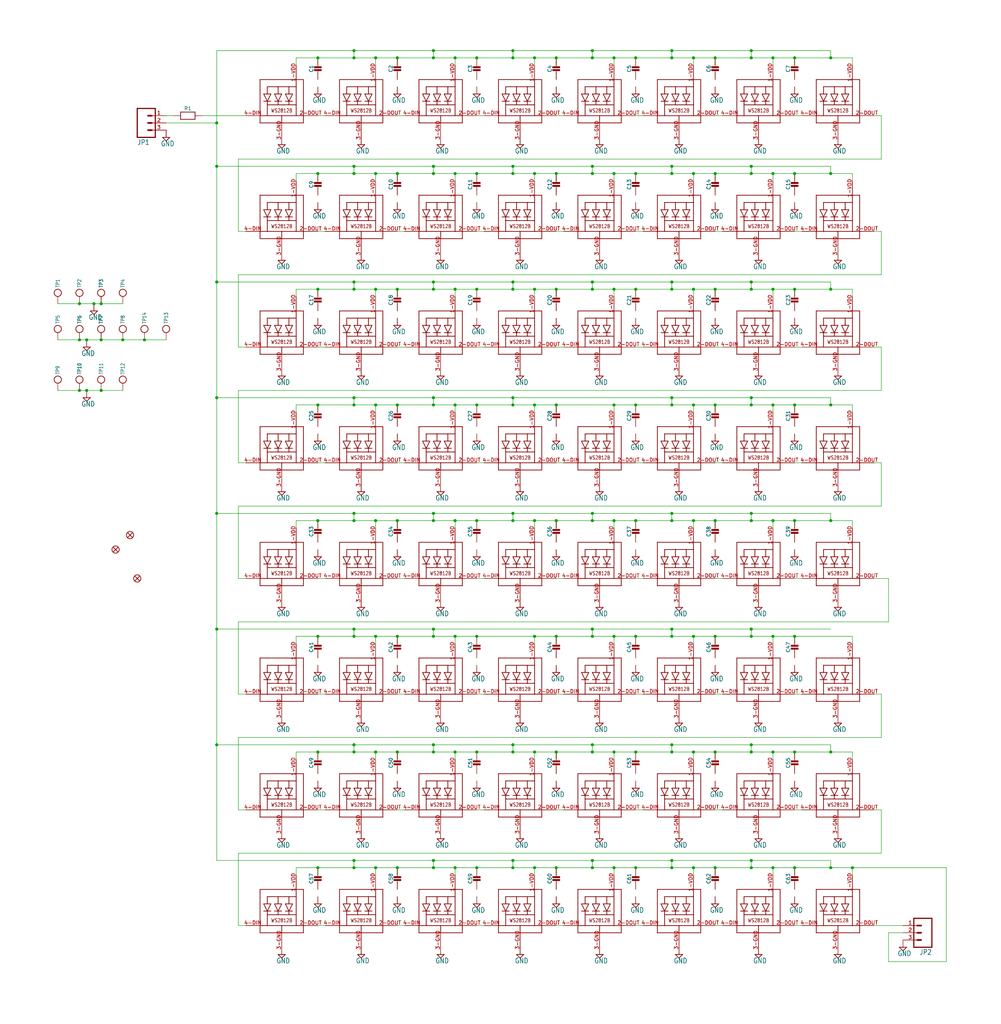
<source format=kicad_sch>
(kicad_sch (version 20231120) (generator "eeschema") (generator_version "8.0")
  (paper "User" 351.993 359.639)
  (junction (at 180.34 99.06))
  (junction (at 167.64 20.32))
  (junction (at 251.46 304.8))
  (junction (at 35.56 137.16))
  (junction (at 264.16 99.06))
  (junction (at 279.4 264.16))
  (junction (at 76.2 43.18))
  (junction (at 279.4 101.6))
  (junction (at 264.16 261.62))
  (junction (at 215.9 223.52))
  (junction (at 271.78 264.16))
  (junction (at 264.16 60.96))
  (junction (at 279.4 223.52))
  (junction (at 139.7 304.8))
  (junction (at 223.52 223.52))
  (junction (at 27.94 119.38))
  (junction (at 160.02 182.88))
  (junction (at 139.7 142.24))
  (junction (at 30.48 119.38))
  (junction (at 180.34 17.78))
  (junction (at 223.52 264.16))
  (junction (at 111.76 20.32))
  (junction (at 30.48 137.16))
  (junction (at 139.7 223.52))
  (junction (at 236.22 302.26))
  (junction (at 208.28 220.98))
  (junction (at 243.84 223.52))
  (junction (at 271.78 20.32))
  (junction (at 167.64 142.24))
  (junction (at 111.76 223.52))
  (junction (at 236.22 58.42))
  (junction (at 236.22 139.7))
  (junction (at 180.34 20.32))
  (junction (at 152.4 60.96))
  (junction (at 132.08 60.96))
  (junction (at 43.18 119.38))
  (junction (at 132.08 20.32))
  (junction (at 236.22 20.32))
  (junction (at 223.52 20.32))
  (junction (at 180.34 180.34))
  (junction (at 111.76 142.24))
  (junction (at 215.9 101.6))
  (junction (at 292.1 264.16))
  (junction (at 139.7 60.96))
  (junction (at 236.22 142.24))
  (junction (at 215.9 182.88))
  (junction (at 132.08 182.88))
  (junction (at 180.34 58.42))
  (junction (at 292.1 60.96))
  (junction (at 152.4 17.78))
  (junction (at 208.28 20.32))
  (junction (at 132.08 304.8))
  (junction (at 187.96 142.24))
  (junction (at 187.96 304.8))
  (junction (at 279.4 304.8))
  (junction (at 243.84 142.24))
  (junction (at 124.46 264.16))
  (junction (at 152.4 139.7))
  (junction (at 76.2 139.7))
  (junction (at 195.58 142.24))
  (junction (at 152.4 261.62))
  (junction (at 208.28 101.6))
  (junction (at 251.46 142.24))
  (junction (at 180.34 139.7))
  (junction (at 160.02 142.24))
  (junction (at 292.1 20.32))
  (junction (at 139.7 264.16))
  (junction (at 215.9 20.32))
  (junction (at 195.58 264.16))
  (junction (at 180.34 304.8))
  (junction (at 236.22 220.98))
  (junction (at 132.08 101.6))
  (junction (at 152.4 142.24))
  (junction (at 292.1 304.8))
  (junction (at 124.46 142.24))
  (junction (at 251.46 20.32))
  (junction (at 132.08 264.16))
  (junction (at 264.16 180.34))
  (junction (at 124.46 60.96))
  (junction (at 236.22 223.52))
  (junction (at 167.64 304.8))
  (junction (at 236.22 261.62))
  (junction (at 236.22 60.96))
  (junction (at 35.56 119.38))
  (junction (at 139.7 20.32))
  (junction (at 187.96 223.52))
  (junction (at 152.4 304.8))
  (junction (at 292.1 142.24))
  (junction (at 223.52 142.24))
  (junction (at 264.16 101.6))
  (junction (at 251.46 182.88))
  (junction (at 152.4 264.16))
  (junction (at 271.78 101.6))
  (junction (at 167.64 223.52))
  (junction (at 124.46 139.7))
  (junction (at 195.58 101.6))
  (junction (at 292.1 182.88))
  (junction (at 180.34 142.24))
  (junction (at 208.28 58.42))
  (junction (at 152.4 302.26))
  (junction (at 271.78 142.24))
  (junction (at 208.28 60.96))
  (junction (at 111.76 101.6))
  (junction (at 236.22 99.06))
  (junction (at 124.46 99.06))
  (junction (at 208.28 264.16))
  (junction (at 195.58 304.8))
  (junction (at 139.7 182.88))
  (junction (at 208.28 17.78))
  (junction (at 243.84 264.16))
  (junction (at 139.7 101.6))
  (junction (at 264.16 264.16))
  (junction (at 180.34 302.26))
  (junction (at 167.64 182.88))
  (junction (at 251.46 223.52))
  (junction (at 299.72 304.8))
  (junction (at 124.46 17.78))
  (junction (at 180.34 101.6))
  (junction (at 223.52 304.8))
  (junction (at 124.46 20.32))
  (junction (at 167.64 264.16))
  (junction (at 208.28 304.8))
  (junction (at 124.46 220.98))
  (junction (at 76.2 220.98))
  (junction (at 160.02 304.8))
  (junction (at 208.28 261.62))
  (junction (at 195.58 223.52))
  (junction (at 223.52 101.6))
  (junction (at 271.78 182.88))
  (junction (at 236.22 182.88))
  (junction (at 208.28 223.52))
  (junction (at 160.02 20.32))
  (junction (at 124.46 302.26))
  (junction (at 152.4 20.32))
  (junction (at 243.84 20.32))
  (junction (at 215.9 304.8))
  (junction (at 271.78 304.8))
  (junction (at 264.16 139.7))
  (junction (at 279.4 60.96))
  (junction (at 236.22 304.8))
  (junction (at 160.02 60.96))
  (junction (at 251.46 101.6))
  (junction (at 50.8 119.38))
  (junction (at 264.16 220.98))
  (junction (at 180.34 182.88))
  (junction (at 152.4 220.98))
  (junction (at 160.02 101.6))
  (junction (at 215.9 264.16))
  (junction (at 264.16 142.24))
  (junction (at 243.84 182.88))
  (junction (at 195.58 182.88))
  (junction (at 292.1 101.6))
  (junction (at 124.46 223.52))
  (junction (at 152.4 58.42))
  (junction (at 251.46 60.96))
  (junction (at 167.64 101.6))
  (junction (at 264.16 304.8))
  (junction (at 124.46 58.42))
  (junction (at 152.4 182.88))
  (junction (at 264.16 223.52))
  (junction (at 124.46 101.6))
  (junction (at 187.96 20.32))
  (junction (at 27.94 106.68))
  (junction (at 208.28 180.34))
  (junction (at 215.9 60.96))
  (junction (at 195.58 60.96))
  (junction (at 251.46 264.16))
  (junction (at 152.4 101.6))
  (junction (at 132.08 142.24))
  (junction (at 27.94 137.16))
  (junction (at 215.9 142.24))
  (junction (at 264.16 58.42))
  (junction (at 111.76 182.88))
  (junction (at 208.28 182.88))
  (junction (at 236.22 101.6))
  (junction (at 223.52 60.96))
  (junction (at 236.22 180.34))
  (junction (at 152.4 180.34))
  (junction (at 180.34 261.62))
  (junction (at 132.08 223.52))
  (junction (at 279.4 20.32))
  (junction (at 264.16 17.78))
  (junction (at 208.28 302.26))
  (junction (at 187.96 264.16))
  (junction (at 76.2 58.42))
  (junction (at 180.34 60.96))
  (junction (at 243.84 60.96))
  (junction (at 236.22 17.78))
  (junction (at 33.02 106.68))
  (junction (at 236.22 264.16))
  (junction (at 223.52 182.88))
  (junction (at 187.96 101.6))
  (junction (at 152.4 223.52))
  (junction (at 208.28 99.06))
  (junction (at 271.78 223.52))
  (junction (at 160.02 223.52))
  (junction (at 271.78 60.96))
  (junction (at 152.4 99.06))
  (junction (at 279.4 142.24))
  (junction (at 187.96 60.96))
  (junction (at 264.16 302.26))
  (junction (at 243.84 101.6))
  (junction (at 187.96 182.88))
  (junction (at 167.64 60.96))
  (junction (at 160.02 264.16))
  (junction (at 111.76 60.96))
  (junction (at 279.4 182.88))
  (junction (at 264.16 20.32))
  (junction (at 243.84 304.8))
  (junction (at 111.76 304.8))
  (junction (at 124.46 261.62))
  (junction (at 76.2 261.62))
  (junction (at 124.46 180.34))
  (junction (at 76.2 180.34))
  (junction (at 111.76 264.16))
  (junction (at 195.58 20.32))
  (junction (at 124.46 182.88))
  (junction (at 180.34 264.16))
  (junction (at 264.16 182.88))
  (junction (at 76.2 99.06))
  (junction (at 35.56 106.68))
  (junction (at 124.46 304.8))
  (wire (pts (xy 223.52 60.96) (xy 223.52 63.5)) (stroke (width 0.1524)))
  (wire (pts (xy 50.8 119.38) (xy 58.42 119.38)) (stroke (width 0.1524)))
  (wire (pts (xy 309.88 137.16) (xy 83.82 137.16)) (stroke (width 0.1524)))
  (wire (pts (xy 312.42 218.44) (xy 83.82 218.44)) (stroke (width 0.1524)))
  (wire (pts (xy 271.78 104.14) (xy 271.78 101.6)) (stroke (width 0.1524)))
  (wire (pts (xy 180.34 182.88) (xy 187.96 182.88)) (stroke (width 0.1524)))
  (wire (pts (xy 251.46 223.52) (xy 264.16 223.52)) (stroke (width 0.1524)))
  (wire (pts (xy 170.18 81.28) (xy 167.64 81.28)) (stroke (width 0.1524)))
  (wire (pts (xy 76.2 43.18) (xy 76.2 58.42)) (stroke (width 0.1524)))
  (wire (pts (xy 111.76 20.32) (xy 111.76 22.86)) (stroke (width 0.1524)))
  (wire (pts (xy 251.46 223.52) (xy 251.46 226.06)) (stroke (width 0.1524)))
  (wire (pts (xy 132.08 223.52) (xy 139.7 223.52)) (stroke (width 0.1524)))
  (wire (pts (xy 152.4 58.42) (xy 180.34 58.42)) (stroke (width 0.1524)))
  (wire (pts (xy 254 121.92) (xy 251.46 121.92)) (stroke (width 0.1524)))
  (wire (pts (xy 139.7 60.96) (xy 152.4 60.96)) (stroke (width 0.1524)))
  (wire (pts (xy 76.2 99.06) (xy 76.2 139.7)) (stroke (width 0.1524)))
  (wire (pts (xy 279.4 182.88) (xy 292.1 182.88)) (stroke (width 0.1524)))
  (wire (pts (xy 251.46 264.16) (xy 264.16 264.16)) (stroke (width 0.1524)))
  (wire (pts (xy 299.72 104.14) (xy 299.72 101.6)) (stroke (width 0.1524)))
  (wire (pts (xy 243.84 142.24) (xy 251.46 142.24)) (stroke (width 0.1524)))
  (wire (pts (xy 33.02 106.68) (xy 35.56 106.68)) (stroke (width 0.1524)))
  (wire (pts (xy 236.22 60.96) (xy 236.22 58.42)) (stroke (width 0.1524)))
  (wire (pts (xy 124.46 99.06) (xy 152.4 99.06)) (stroke (width 0.1524)))
  (wire (pts (xy 160.02 20.32) (xy 167.64 20.32)) (stroke (width 0.1524)))
  (wire (pts (xy 76.2 180.34) (xy 124.46 180.34)) (stroke (width 0.1524)))
  (wire (pts (xy 124.46 142.24) (xy 132.08 142.24)) (stroke (width 0.1524)))
  (wire (pts (xy 236.22 101.6) (xy 243.84 101.6)) (stroke (width 0.1524)))
  (wire (pts (xy 104.14 142.24) (xy 111.76 142.24)) (stroke (width 0.1524)))
  (wire (pts (xy 187.96 104.14) (xy 187.96 101.6)) (stroke (width 0.1524)))
  (wire (pts (xy 104.14 182.88) (xy 111.76 182.88)) (stroke (width 0.1524)))
  (wire (pts (xy 236.22 223.52) (xy 236.22 220.98)) (stroke (width 0.1524)))
  (wire (pts (xy 236.22 264.16) (xy 243.84 264.16)) (stroke (width 0.1524)))
  (wire (pts (xy 167.64 182.88) (xy 167.64 185.42)) (stroke (width 0.1524)))
  (wire (pts (xy 167.64 142.24) (xy 167.64 144.78)) (stroke (width 0.1524)))
  (wire (pts (xy 223.52 223.52) (xy 223.52 226.06)) (stroke (width 0.1524)))
  (wire (pts (xy 215.9 182.88) (xy 223.52 182.88)) (stroke (width 0.1524)))
  (wire (pts (xy 312.42 337.82) (xy 332.74 337.82)) (stroke (width 0.1524)))
  (wire (pts (xy 139.7 20.32) (xy 139.7 22.86)) (stroke (width 0.1524)))
  (wire (pts (xy 251.46 304.8) (xy 264.16 304.8)) (stroke (width 0.1524)))
  (wire (pts (xy 264.16 20.32) (xy 271.78 20.32)) (stroke (width 0.1524)))
  (wire (pts (xy 251.46 264.16) (xy 251.46 266.7)) (stroke (width 0.1524)))
  (wire (pts (xy 243.84 266.7) (xy 243.84 264.16)) (stroke (width 0.1524)))
  (wire (pts (xy 152.4 142.24) (xy 160.02 142.24)) (stroke (width 0.1524)))
  (wire (pts (xy 124.46 302.26) (xy 152.4 302.26)) (stroke (width 0.1524)))
  (wire (pts (xy 27.94 119.38) (xy 30.48 119.38)) (stroke (width 0.1524)))
  (wire (pts (xy 167.64 264.16) (xy 167.64 266.7)) (stroke (width 0.1524)))
  (wire (pts (xy 124.46 182.88) (xy 124.46 180.34)) (stroke (width 0.1524)))
  (wire (pts (xy 132.08 266.7) (xy 132.08 264.16)) (stroke (width 0.1524)))
  (wire (pts (xy 236.22 261.62) (xy 264.16 261.62)) (stroke (width 0.1524)))
  (wire (pts (xy 281.94 40.64) (xy 279.4 40.64)) (stroke (width 0.1524)))
  (wire (pts (xy 132.08 101.6) (xy 139.7 101.6)) (stroke (width 0.1524)))
  (wire (pts (xy 180.34 304.8) (xy 187.96 304.8)) (stroke (width 0.1524)))
  (wire (pts (xy 83.82 96.52) (xy 83.82 121.92)) (stroke (width 0.1524)))
  (wire (pts (xy 139.7 101.6) (xy 139.7 104.14)) (stroke (width 0.1524)))
  (wire (pts (xy 180.34 264.16) (xy 180.34 261.62)) (stroke (width 0.1524)))
  (wire (pts (xy 198.12 162.56) (xy 195.58 162.56)) (stroke (width 0.1524)))
  (wire (pts (xy 83.82 55.88) (xy 83.82 81.28)) (stroke (width 0.1524)))
  (wire (pts (xy 215.9 104.14) (xy 215.9 101.6)) (stroke (width 0.1524)))
  (wire (pts (xy 223.52 304.8) (xy 223.52 307.34)) (stroke (width 0.1524)))
  (wire (pts (xy 180.34 60.96) (xy 187.96 60.96)) (stroke (width 0.1524)))
  (wire (pts (xy 152.4 99.06) (xy 180.34 99.06)) (stroke (width 0.1524)))
  (wire (pts (xy 292.1 101.6) (xy 299.72 101.6)) (stroke (width 0.1524)))
  (wire (pts (xy 152.4 223.52) (xy 160.02 223.52)) (stroke (width 0.1524)))
  (wire (pts (xy 187.96 223.52) (xy 195.58 223.52)) (stroke (width 0.1524)))
  (wire (pts (xy 104.14 264.16) (xy 111.76 264.16)) (stroke (width 0.1524)))
  (wire (pts (xy 167.64 20.32) (xy 167.64 22.86)) (stroke (width 0.1524)))
  (wire (pts (xy 236.22 182.88) (xy 243.84 182.88)) (stroke (width 0.1524)))
  (wire (pts (xy 180.34 302.26) (xy 208.28 302.26)) (stroke (width 0.1524)))
  (wire (pts (xy 281.94 121.92) (xy 279.4 121.92)) (stroke (width 0.1524)))
  (wire (pts (xy 208.28 58.42) (xy 236.22 58.42)) (stroke (width 0.1524)))
  (wire (pts (xy 76.2 58.42) (xy 76.2 99.06)) (stroke (width 0.1524)))
  (wire (pts (xy 35.56 106.68) (xy 43.18 106.68)) (stroke (width 0.1524)))
  (wire (pts (xy 264.16 101.6) (xy 271.78 101.6)) (stroke (width 0.1524)))
  (wire (pts (xy 58.42 40.64) (xy 60.96 40.64)) (stroke (width 0.1524)))
  (wire (pts (xy 76.2 99.06) (xy 124.46 99.06)) (stroke (width 0.1524)))
  (wire (pts (xy 195.58 182.88) (xy 195.58 185.42)) (stroke (width 0.1524)))
  (wire (pts (xy 152.4 142.24) (xy 152.4 139.7)) (stroke (width 0.1524)))
  (wire (pts (xy 281.94 162.56) (xy 279.4 162.56)) (stroke (width 0.1524)))
  (wire (pts (xy 307.34 203.2) (xy 312.42 203.2)) (stroke (width 0.1524)))
  (wire (pts (xy 198.12 81.28) (xy 195.58 81.28)) (stroke (width 0.1524)))
  (wire (pts (xy 20.32 106.68) (xy 27.94 106.68)) (stroke (width 0.1524)))
  (wire (pts (xy 251.46 304.8) (xy 251.46 307.34)) (stroke (width 0.1524)))
  (wire (pts (xy 124.46 264.16) (xy 132.08 264.16)) (stroke (width 0.1524)))
  (wire (pts (xy 160.02 304.8) (xy 167.64 304.8)) (stroke (width 0.1524)))
  (wire (pts (xy 208.28 182.88) (xy 215.9 182.88)) (stroke (width 0.1524)))
  (wire (pts (xy 180.34 261.62) (xy 208.28 261.62)) (stroke (width 0.1524)))
  (wire (pts (xy 271.78 142.24) (xy 279.4 142.24)) (stroke (width 0.1524)))
  (wire (pts (xy 111.76 101.6) (xy 124.46 101.6)) (stroke (width 0.1524)))
  (wire (pts (xy 299.72 226.06) (xy 299.72 223.52)) (stroke (width 0.1524)))
  (wire (pts (xy 236.22 304.8) (xy 243.84 304.8)) (stroke (width 0.1524)))
  (wire (pts (xy 215.9 185.42) (xy 215.9 182.88)) (stroke (width 0.1524)))
  (wire (pts (xy 167.64 142.24) (xy 180.34 142.24)) (stroke (width 0.1524)))
  (wire (pts (xy 152.4 304.8) (xy 152.4 302.26)) (stroke (width 0.1524)))
  (wire (pts (xy 160.02 264.16) (xy 167.64 264.16)) (stroke (width 0.1524)))
  (wire (pts (xy 167.64 264.16) (xy 180.34 264.16)) (stroke (width 0.1524)))
  (wire (pts (xy 30.48 119.38) (xy 35.56 119.38)) (stroke (width 0.1524)))
  (wire (pts (xy 170.18 325.12) (xy 167.64 325.12)) (stroke (width 0.1524)))
  (wire (pts (xy 299.72 63.5) (xy 299.72 60.96)) (stroke (width 0.1524)))
  (wire (pts (xy 208.28 101.6) (xy 208.28 99.06)) (stroke (width 0.1524)))
  (wire (pts (xy 292.1 60.96) (xy 299.72 60.96)) (stroke (width 0.1524)))
  (wire (pts (xy 223.52 182.88) (xy 236.22 182.88)) (stroke (width 0.1524)))
  (wire (pts (xy 226.06 243.84) (xy 223.52 243.84)) (stroke (width 0.1524)))
  (wire (pts (xy 215.9 142.24) (xy 223.52 142.24)) (stroke (width 0.1524)))
  (wire (pts (xy 76.2 139.7) (xy 76.2 180.34)) (stroke (width 0.1524)))
  (wire (pts (xy 152.4 101.6) (xy 160.02 101.6)) (stroke (width 0.1524)))
  (wire (pts (xy 142.24 203.2) (xy 139.7 203.2)) (stroke (width 0.1524)))
  (wire (pts (xy 142.24 121.92) (xy 139.7 121.92)) (stroke (width 0.1524)))
  (wire (pts (xy 160.02 104.14) (xy 160.02 101.6)) (stroke (width 0.1524)))
  (wire (pts (xy 83.82 284.48) (xy 86.36 284.48)) (stroke (width 0.1524)))
  (wire (pts (xy 279.4 101.6) (xy 279.4 104.14)) (stroke (width 0.1524)))
  (wire (pts (xy 264.16 264.16) (xy 264.16 261.62)) (stroke (width 0.1524)))
  (wire (pts (xy 292.1 99.06) (xy 292.1 101.6)) (stroke (width 0.1524)))
  (wire (pts (xy 187.96 60.96) (xy 195.58 60.96)) (stroke (width 0.1524)))
  (wire (pts (xy 132.08 60.96) (xy 139.7 60.96)) (stroke (width 0.1524)))
  (wire (pts (xy 226.06 325.12) (xy 223.52 325.12)) (stroke (width 0.1524)))
  (wire (pts (xy 215.9 264.16) (xy 223.52 264.16)) (stroke (width 0.1524)))
  (wire (pts (xy 132.08 63.5) (xy 132.08 60.96)) (stroke (width 0.1524)))
  (wire (pts (xy 271.78 307.34) (xy 271.78 304.8)) (stroke (width 0.1524)))
  (wire (pts (xy 236.22 101.6) (xy 236.22 99.06)) (stroke (width 0.1524)))
  (wire (pts (xy 132.08 20.32) (xy 139.7 20.32)) (stroke (width 0.1524)))
  (wire (pts (xy 124.46 139.7) (xy 152.4 139.7)) (stroke (width 0.1524)))
  (wire (pts (xy 180.34 139.7) (xy 236.22 139.7)) (stroke (width 0.1524)))
  (wire (pts (xy 271.78 60.96) (xy 279.4 60.96)) (stroke (width 0.1524)))
  (wire (pts (xy 312.42 327.66) (xy 312.42 337.82)) (stroke (width 0.1524)))
  (wire (pts (xy 299.72 307.34) (xy 299.72 304.8)) (stroke (width 0.1524)))
  (wire (pts (xy 279.4 264.16) (xy 279.4 266.7)) (stroke (width 0.1524)))
  (wire (pts (xy 187.96 101.6) (xy 195.58 101.6)) (stroke (width 0.1524)))
  (wire (pts (xy 254 243.84) (xy 251.46 243.84)) (stroke (width 0.1524)))
  (wire (pts (xy 195.58 60.96) (xy 195.58 63.5)) (stroke (width 0.1524)))
  (wire (pts (xy 71.12 40.64) (xy 86.36 40.64)) (stroke (width 0.1524)))
  (wire (pts (xy 195.58 264.16) (xy 195.58 266.7)) (stroke (width 0.1524)))
  (wire (pts (xy 215.9 304.8) (xy 223.52 304.8)) (stroke (width 0.1524)))
  (wire (pts (xy 139.7 264.16) (xy 152.4 264.16)) (stroke (width 0.1524)))
  (wire (pts (xy 152.4 20.32) (xy 160.02 20.32)) (stroke (width 0.1524)))
  (wire (pts (xy 281.94 243.84) (xy 279.4 243.84)) (stroke (width 0.1524)))
  (wire (pts (xy 170.18 284.48) (xy 167.64 284.48)) (stroke (width 0.1524)))
  (wire (pts (xy 236.22 304.8) (xy 236.22 302.26)) (stroke (width 0.1524)))
  (wire (pts (xy 279.4 142.24) (xy 292.1 142.24)) (stroke (width 0.1524)))
  (wire (pts (xy 195.58 304.8) (xy 208.28 304.8)) (stroke (width 0.1524)))
  (wire (pts (xy 160.02 60.96) (xy 167.64 60.96)) (stroke (width 0.1524)))
  (wire (pts (xy 104.14 22.86) (xy 104.14 20.32)) (stroke (width 0.1524)))
  (wire (pts (xy 208.28 20.32) (xy 215.9 20.32)) (stroke (width 0.1524)))
  (wire (pts (xy 167.64 60.96) (xy 180.34 60.96)) (stroke (width 0.1524)))
  (wire (pts (xy 187.96 226.06) (xy 187.96 223.52)) (stroke (width 0.1524)))
  (wire (pts (xy 132.08 264.16) (xy 139.7 264.16)) (stroke (width 0.1524)))
  (wire (pts (xy 243.84 226.06) (xy 243.84 223.52)) (stroke (width 0.1524)))
  (wire (pts (xy 264.16 180.34) (xy 264.16 182.88)) (stroke (width 0.1524)))
  (wire (pts (xy 198.12 284.48) (xy 195.58 284.48)) (stroke (width 0.1524)))
  (wire (pts (xy 236.22 17.78) (xy 264.16 17.78)) (stroke (width 0.1524)))
  (wire (pts (xy 292.1 139.7) (xy 292.1 142.24)) (stroke (width 0.1524)))
  (wire (pts (xy 111.76 304.8) (xy 111.76 307.34)) (stroke (width 0.1524)))
  (wire (pts (xy 215.9 266.7) (xy 215.9 264.16)) (stroke (width 0.1524)))
  (wire (pts (xy 198.12 203.2) (xy 195.58 203.2)) (stroke (width 0.1524)))
  (wire (pts (xy 307.34 325.12) (xy 317.5 325.12)) (stroke (width 0.1524)))
  (wire (pts (xy 180.34 304.8) (xy 180.34 302.26)) (stroke (width 0.1524)))
  (wire (pts (xy 132.08 104.14) (xy 132.08 101.6)) (stroke (width 0.1524)))
  (wire (pts (xy 264.16 180.34) (xy 292.1 180.34)) (stroke (width 0.1524)))
  (wire (pts (xy 236.22 142.24) (xy 236.22 139.7)) (stroke (width 0.1524)))
  (wire (pts (xy 104.14 266.7) (xy 104.14 264.16)) (stroke (width 0.1524)))
  (wire (pts (xy 309.88 243.84) (xy 309.88 259.08)) (stroke (width 0.1524)))
  (wire (pts (xy 160.02 63.5) (xy 160.02 60.96)) (stroke (width 0.1524)))
  (wire (pts (xy 111.76 264.16) (xy 111.76 266.7)) (stroke (width 0.1524)))
  (wire (pts (xy 139.7 182.88) (xy 139.7 185.42)) (stroke (width 0.1524)))
  (wire (pts (xy 292.1 304.8) (xy 299.72 304.8)) (stroke (width 0.1524)))
  (wire (pts (xy 251.46 20.32) (xy 264.16 20.32)) (stroke (width 0.1524)))
  (wire (pts (xy 152.4 101.6) (xy 152.4 99.06)) (stroke (width 0.1524)))
  (wire (pts (xy 279.4 223.52) (xy 279.4 226.06)) (stroke (width 0.1524)))
  (wire (pts (xy 223.52 264.16) (xy 223.52 266.7)) (stroke (width 0.1524)))
  (wire (pts (xy 187.96 185.42) (xy 187.96 182.88)) (stroke (width 0.1524)))
  (wire (pts (xy 243.84 182.88) (xy 251.46 182.88)) (stroke (width 0.1524)))
  (wire (pts (xy 180.34 264.16) (xy 187.96 264.16)) (stroke (width 0.1524)))
  (wire (pts (xy 236.22 99.06) (xy 264.16 99.06)) (stroke (width 0.1524)))
  (wire (pts (xy 195.58 20.32) (xy 195.58 22.86)) (stroke (width 0.1524)))
  (wire (pts (xy 187.96 142.24) (xy 195.58 142.24)) (stroke (width 0.1524)))
  (wire (pts (xy 208.28 261.62) (xy 236.22 261.62)) (stroke (width 0.1524)))
  (wire (pts (xy 152.4 223.52) (xy 152.4 220.98)) (stroke (width 0.1524)))
  (wire (pts (xy 243.84 60.96) (xy 251.46 60.96)) (stroke (width 0.1524)))
  (wire (pts (xy 299.72 22.86) (xy 299.72 20.32)) (stroke (width 0.1524)))
  (wire (pts (xy 236.22 139.7) (xy 264.16 139.7)) (stroke (width 0.1524)))
  (wire (pts (xy 264.16 17.78) (xy 292.1 17.78)) (stroke (width 0.1524)))
  (wire (pts (xy 195.58 223.52) (xy 195.58 226.06)) (stroke (width 0.1524)))
  (wire (pts (xy 292.1 264.16) (xy 299.72 264.16)) (stroke (width 0.1524)))
  (wire (pts (xy 208.28 220.98) (xy 236.22 220.98)) (stroke (width 0.1524)))
  (wire (pts (xy 152.4 20.32) (xy 152.4 17.78)) (stroke (width 0.1524)))
  (wire (pts (xy 279.4 223.52) (xy 299.72 223.52)) (stroke (width 0.1524)))
  (wire (pts (xy 223.52 304.8) (xy 236.22 304.8)) (stroke (width 0.1524)))
  (wire (pts (xy 281.94 325.12) (xy 279.4 325.12)) (stroke (width 0.1524)))
  (wire (pts (xy 215.9 307.34) (xy 215.9 304.8)) (stroke (width 0.1524)))
  (wire (pts (xy 243.84 20.32) (xy 251.46 20.32)) (stroke (width 0.1524)))
  (wire (pts (xy 167.64 101.6) (xy 180.34 101.6)) (stroke (width 0.1524)))
  (wire (pts (xy 215.9 101.6) (xy 223.52 101.6)) (stroke (width 0.1524)))
  (wire (pts (xy 83.82 177.8) (xy 83.82 203.2)) (stroke (width 0.1524)))
  (wire (pts (xy 243.84 63.5) (xy 243.84 60.96)) (stroke (width 0.1524)))
  (wire (pts (xy 167.64 101.6) (xy 167.64 104.14)) (stroke (width 0.1524)))
  (wire (pts (xy 279.4 20.32) (xy 292.1 20.32)) (stroke (width 0.1524)))
  (wire (pts (xy 167.64 223.52) (xy 187.96 223.52)) (stroke (width 0.1524)))
  (wire (pts (xy 43.18 119.38) (xy 50.8 119.38)) (stroke (width 0.1524)))
  (wire (pts (xy 180.34 180.34) (xy 208.28 180.34)) (stroke (width 0.1524)))
  (wire (pts (xy 83.82 218.44) (xy 83.82 243.84)) (stroke (width 0.1524)))
  (wire (pts (xy 180.34 182.88) (xy 180.34 180.34)) (stroke (width 0.1524)))
  (wire (pts (xy 264.16 264.16) (xy 271.78 264.16)) (stroke (width 0.1524)))
  (wire (pts (xy 281.94 81.28) (xy 279.4 81.28)) (stroke (width 0.1524)))
  (wire (pts (xy 27.94 137.16) (xy 30.48 137.16)) (stroke (width 0.1524)))
  (wire (pts (xy 223.52 60.96) (xy 236.22 60.96)) (stroke (width 0.1524)))
  (wire (pts (xy 208.28 180.34) (xy 236.22 180.34)) (stroke (width 0.1524)))
  (wire (pts (xy 309.88 81.28) (xy 309.88 96.52)) (stroke (width 0.1524)))
  (wire (pts (xy 299.72 185.42) (xy 299.72 182.88)) (stroke (width 0.1524)))
  (wire (pts (xy 160.02 22.86) (xy 160.02 20.32)) (stroke (width 0.1524)))
  (wire (pts (xy 152.4 139.7) (xy 180.34 139.7)) (stroke (width 0.1524)))
  (wire (pts (xy 292.1 142.24) (xy 299.72 142.24)) (stroke (width 0.1524)))
  (wire (pts (xy 124.46 17.78) (xy 152.4 17.78)) (stroke (width 0.1524)))
  (wire (pts (xy 152.4 180.34) (xy 152.4 182.88)) (stroke (width 0.1524)))
  (wire (pts (xy 264.16 142.24) (xy 264.16 139.7)) (stroke (width 0.1524)))
  (wire (pts (xy 236.22 58.42) (xy 264.16 58.42)) (stroke (width 0.1524)))
  (wire (pts (xy 124.46 101.6) (xy 124.46 99.06)) (stroke (width 0.1524)))
  (wire (pts (xy 152.4 261.62) (xy 180.34 261.62)) (stroke (width 0.1524)))
  (wire (pts (xy 309.88 284.48) (xy 309.88 299.72)) (stroke (width 0.1524)))
  (wire (pts (xy 208.28 99.06) (xy 236.22 99.06)) (stroke (width 0.1524)))
  (wire (pts (xy 111.76 264.16) (xy 124.46 264.16)) (stroke (width 0.1524)))
  (wire (pts (xy 139.7 304.8) (xy 152.4 304.8)) (stroke (width 0.1524)))
  (wire (pts (xy 254 81.28) (xy 251.46 81.28)) (stroke (width 0.1524)))
  (wire (pts (xy 292.1 180.34) (xy 292.1 182.88)) (stroke (width 0.1524)))
  (wire (pts (xy 35.56 137.16) (xy 43.18 137.16)) (stroke (width 0.1524)))
  (wire (pts (xy 124.46 60.96) (xy 132.08 60.96)) (stroke (width 0.1524)))
  (wire (pts (xy 142.24 284.48) (xy 139.7 284.48)) (stroke (width 0.1524)))
  (wire (pts (xy 226.06 121.92) (xy 223.52 121.92)) (stroke (width 0.1524)))
  (wire (pts (xy 76.2 58.42) (xy 124.46 58.42)) (stroke (width 0.1524)))
  (wire (pts (xy 160.02 226.06) (xy 160.02 223.52)) (stroke (width 0.1524)))
  (wire (pts (xy 124.46 182.88) (xy 132.08 182.88)) (stroke (width 0.1524)))
  (wire (pts (xy 279.4 20.32) (xy 279.4 22.86)) (stroke (width 0.1524)))
  (wire (pts (xy 271.78 182.88) (xy 279.4 182.88)) (stroke (width 0.1524)))
  (wire (pts (xy 111.76 223.52) (xy 111.76 226.06)) (stroke (width 0.1524)))
  (wire (pts (xy 170.18 40.64) (xy 167.64 40.64)) (stroke (width 0.1524)))
  (wire (pts (xy 114.3 81.28) (xy 111.76 81.28)) (stroke (width 0.1524)))
  (wire (pts (xy 124.46 180.34) (xy 152.4 180.34)) (stroke (width 0.1524)))
  (wire (pts (xy 264.16 60.96) (xy 264.16 58.42)) (stroke (width 0.1524)))
  (wire (pts (xy 223.52 182.88) (xy 223.52 185.42)) (stroke (width 0.1524)))
  (wire (pts (xy 251.46 142.24) (xy 264.16 142.24)) (stroke (width 0.1524)))
  (wire (pts (xy 215.9 60.96) (xy 223.52 60.96)) (stroke (width 0.1524)))
  (wire (pts (xy 243.84 185.42) (xy 243.84 182.88)) (stroke (width 0.1524)))
  (wire (pts (xy 152.4 182.88) (xy 160.02 182.88)) (stroke (width 0.1524)))
  (wire (pts (xy 160.02 266.7) (xy 160.02 264.16)) (stroke (width 0.1524)))
  (wire (pts (xy 215.9 63.5) (xy 215.9 60.96)) (stroke (width 0.1524)))
  (wire (pts (xy 236.22 223.52) (xy 243.84 223.52)) (stroke (width 0.1524)))
  (wire (pts (xy 292.1 17.78) (xy 292.1 20.32)) (stroke (width 0.1524)))
  (wire (pts (xy 142.24 40.64) (xy 139.7 40.64)) (stroke (width 0.1524)))
  (wire (pts (xy 132.08 22.86) (xy 132.08 20.32)) (stroke (width 0.1524)))
  (wire (pts (xy 27.94 106.68) (xy 33.02 106.68)) (stroke (width 0.1524)))
  (wire (pts (xy 124.46 142.24) (xy 124.46 139.7)) (stroke (width 0.1524)))
  (wire (pts (xy 299.72 266.7) (xy 299.72 264.16)) (stroke (width 0.1524)))
  (wire (pts (xy 167.64 20.32) (xy 180.34 20.32)) (stroke (width 0.1524)))
  (wire (pts (xy 271.78 101.6) (xy 279.4 101.6)) (stroke (width 0.1524)))
  (wire (pts (xy 114.3 243.84) (xy 111.76 243.84)) (stroke (width 0.1524)))
  (wire (pts (xy 254 40.64) (xy 251.46 40.64)) (stroke (width 0.1524)))
  (wire (pts (xy 236.22 220.98) (xy 264.16 220.98)) (stroke (width 0.1524)))
  (wire (pts (xy 124.46 58.42) (xy 152.4 58.42)) (stroke (width 0.1524)))
  (wire (pts (xy 264.16 20.32) (xy 264.16 17.78)) (stroke (width 0.1524)))
  (wire (pts (xy 139.7 223.52) (xy 152.4 223.52)) (stroke (width 0.1524)))
  (wire (pts (xy 167.64 223.52) (xy 167.64 226.06)) (stroke (width 0.1524)))
  (wire (pts (xy 226.06 40.64) (xy 223.52 40.64)) (stroke (width 0.1524)))
  (wire (pts (xy 195.58 223.52) (xy 208.28 223.52)) (stroke (width 0.1524)))
  (wire (pts (xy 187.96 182.88) (xy 195.58 182.88)) (stroke (width 0.1524)))
  (wire (pts (xy 124.46 261.62) (xy 152.4 261.62)) (stroke (width 0.1524)))
  (wire (pts (xy 236.22 20.32) (xy 236.22 17.78)) (stroke (width 0.1524)))
  (wire (pts (xy 271.78 264.16) (xy 279.4 264.16)) (stroke (width 0.1524)))
  (wire (pts (xy 223.52 101.6) (xy 223.52 104.14)) (stroke (width 0.1524)))
  (wire (pts (xy 104.14 185.42) (xy 104.14 182.88)) (stroke (width 0.1524)))
  (wire (pts (xy 226.06 203.2) (xy 223.52 203.2)) (stroke (width 0.1524)))
  (wire (pts (xy 58.42 43.18) (xy 76.2 43.18)) (stroke (width 0.1524)))
  (wire (pts (xy 226.06 284.48) (xy 223.52 284.48)) (stroke (width 0.1524)))
  (wire (pts (xy 124.46 20.32) (xy 132.08 20.32)) (stroke (width 0.1524)))
  (wire (pts (xy 208.28 180.34) (xy 208.28 182.88)) (stroke (width 0.1524)))
  (wire (pts (xy 132.08 144.78) (xy 132.08 142.24)) (stroke (width 0.1524)))
  (wire (pts (xy 195.58 60.96) (xy 208.28 60.96)) (stroke (width 0.1524)))
  (wire (pts (xy 76.2 17.78) (xy 76.2 43.18)) (stroke (width 0.1524)))
  (wire (pts (xy 279.4 60.96) (xy 279.4 63.5)) (stroke (width 0.1524)))
  (wire (pts (xy 208.28 223.52) (xy 208.28 220.98)) (stroke (width 0.1524)))
  (wire (pts (xy 236.22 20.32) (xy 243.84 20.32)) (stroke (width 0.1524)))
  (wire (pts (xy 223.52 142.24) (xy 236.22 142.24)) (stroke (width 0.1524)))
  (wire (pts (xy 243.84 304.8) (xy 251.46 304.8)) (stroke (width 0.1524)))
  (wire (pts (xy 152.4 264.16) (xy 152.4 261.62)) (stroke (width 0.1524)))
  (wire (pts (xy 264.16 99.06) (xy 292.1 99.06)) (stroke (width 0.1524)))
  (wire (pts (xy 30.48 137.16) (xy 35.56 137.16)) (stroke (width 0.1524)))
  (wire (pts (xy 83.82 299.72) (xy 83.82 325.12)) (stroke (width 0.1524)))
  (wire (pts (xy 152.4 220.98) (xy 208.28 220.98)) (stroke (width 0.1524)))
  (wire (pts (xy 264.16 302.26) (xy 292.1 302.26)) (stroke (width 0.1524)))
  (wire (pts (xy 132.08 304.8) (xy 139.7 304.8)) (stroke (width 0.1524)))
  (wire (pts (xy 292.1 302.26) (xy 292.1 304.8)) (stroke (width 0.1524)))
  (wire (pts (xy 114.3 325.12) (xy 111.76 325.12)) (stroke (width 0.1524)))
  (wire (pts (xy 142.24 325.12) (xy 139.7 325.12)) (stroke (width 0.1524)))
  (wire (pts (xy 223.52 142.24) (xy 223.52 144.78)) (stroke (width 0.1524)))
  (wire (pts (xy 198.12 243.84) (xy 195.58 243.84)) (stroke (width 0.1524)))
  (wire (pts (xy 139.7 101.6) (xy 152.4 101.6)) (stroke (width 0.1524)))
  (wire (pts (xy 281.94 203.2) (xy 279.4 203.2)) (stroke (width 0.1524)))
  (wire (pts (xy 195.58 101.6) (xy 208.28 101.6)) (stroke (width 0.1524)))
  (wire (pts (xy 104.14 101.6) (xy 111.76 101.6)) (stroke (width 0.1524)))
  (wire (pts (xy 111.76 304.8) (xy 124.46 304.8)) (stroke (width 0.1524)))
  (wire (pts (xy 160.02 307.34) (xy 160.02 304.8)) (stroke (width 0.1524)))
  (wire (pts (xy 132.08 185.42) (xy 132.08 182.88)) (stroke (width 0.1524)))
  (wire (pts (xy 167.64 182.88) (xy 180.34 182.88)) (stroke (width 0.1524)))
  (wire (pts (xy 180.34 101.6) (xy 187.96 101.6)) (stroke (width 0.1524)))
  (wire (pts (xy 104.14 20.32) (xy 111.76 20.32)) (stroke (width 0.1524)))
  (wire (pts (xy 264.16 139.7) (xy 292.1 139.7)) (stroke (width 0.1524)))
  (wire (pts (xy 83.82 162.56) (xy 86.36 162.56)) (stroke (width 0.1524)))
  (wire (pts (xy 139.7 304.8) (xy 139.7 307.34)) (stroke (width 0.1524)))
  (wire (pts (xy 292.1 182.88) (xy 299.72 182.88)) (stroke (width 0.1524)))
  (wire (pts (xy 76.2 180.34) (xy 76.2 220.98)) (stroke (width 0.1524)))
  (wire (pts (xy 198.12 121.92) (xy 195.58 121.92)) (stroke (width 0.1524)))
  (wire (pts (xy 307.34 284.48) (xy 309.88 284.48)) (stroke (width 0.1524)))
  (wire (pts (xy 264.16 142.24) (xy 271.78 142.24)) (stroke (width 0.1524)))
  (wire (pts (xy 152.4 302.26) (xy 180.34 302.26)) (stroke (width 0.1524)))
  (wire (pts (xy 111.76 60.96) (xy 124.46 60.96)) (stroke (width 0.1524)))
  (wire (pts (xy 243.84 101.6) (xy 251.46 101.6)) (stroke (width 0.1524)))
  (wire (pts (xy 187.96 20.32) (xy 195.58 20.32)) (stroke (width 0.1524)))
  (wire (pts (xy 208.28 20.32) (xy 208.28 17.78)) (stroke (width 0.1524)))
  (wire (pts (xy 226.06 81.28) (xy 223.52 81.28)) (stroke (width 0.1524)))
  (wire (pts (xy 124.46 304.8) (xy 132.08 304.8)) (stroke (width 0.1524)))
  (wire (pts (xy 187.96 266.7) (xy 187.96 264.16)) (stroke (width 0.1524)))
  (wire (pts (xy 104.14 60.96) (xy 111.76 60.96)) (stroke (width 0.1524)))
  (wire (pts (xy 243.84 144.78) (xy 243.84 142.24)) (stroke (width 0.1524)))
  (wire (pts (xy 279.4 60.96) (xy 292.1 60.96)) (stroke (width 0.1524)))
  (wire (pts (xy 152.4 304.8) (xy 160.02 304.8)) (stroke (width 0.1524)))
  (wire (pts (xy 223.52 101.6) (xy 236.22 101.6)) (stroke (width 0.1524)))
  (wire (pts (xy 254 325.12) (xy 251.46 325.12)) (stroke (width 0.1524)))
  (wire (pts (xy 104.14 144.78) (xy 104.14 142.24)) (stroke (width 0.1524)))
  (wire (pts (xy 104.14 104.14) (xy 104.14 101.6)) (stroke (width 0.1524)))
  (wire (pts (xy 187.96 304.8) (xy 195.58 304.8)) (stroke (width 0.1524)))
  (wire (pts (xy 309.88 55.88) (xy 83.82 55.88)) (stroke (width 0.1524)))
  (wire (pts (xy 309.88 40.64) (xy 309.88 55.88)) (stroke (width 0.1524)))
  (wire (pts (xy 160.02 142.24) (xy 167.64 142.24)) (stroke (width 0.1524)))
  (wire (pts (xy 307.34 81.28) (xy 309.88 81.28)) (stroke (width 0.1524)))
  (wire (pts (xy 160.02 144.78) (xy 160.02 142.24)) (stroke (width 0.1524)))
  (wire (pts (xy 132.08 307.34) (xy 132.08 304.8)) (stroke (width 0.1524)))
  (wire (pts (xy 170.18 162.56) (xy 167.64 162.56)) (stroke (width 0.1524)))
  (wire (pts (xy 208.28 60.96) (xy 215.9 60.96)) (stroke (width 0.1524)))
  (wire (pts (xy 271.78 266.7) (xy 271.78 264.16)) (stroke (width 0.1524)))
  (wire (pts (xy 271.78 22.86) (xy 271.78 20.32)) (stroke (width 0.1524)))
  (wire (pts (xy 180.34 17.78) (xy 208.28 17.78)) (stroke (width 0.1524)))
  (wire (pts (xy 139.7 142.24) (xy 139.7 144.78)) (stroke (width 0.1524)))
  (wire (pts (xy 226.06 162.56) (xy 223.52 162.56)) (stroke (width 0.1524)))
  (wire (pts (xy 215.9 144.78) (xy 215.9 142.24)) (stroke (width 0.1524)))
  (wire (pts (xy 114.3 121.92) (xy 111.76 121.92)) (stroke (width 0.1524)))
  (wire (pts (xy 309.88 162.56) (xy 309.88 177.8)) (stroke (width 0.1524)))
  (wire (pts (xy 307.34 40.64) (xy 309.88 40.64)) (stroke (width 0.1524)))
  (wire (pts (xy 309.88 96.52) (xy 83.82 96.52)) (stroke (width 0.1524)))
  (wire (pts (xy 167.64 304.8) (xy 167.64 307.34)) (stroke (width 0.1524)))
  (wire (pts (xy 251.46 142.24) (xy 251.46 144.78)) (stroke (width 0.1524)))
  (wire (pts (xy 264.16 261.62) (xy 292.1 261.62)) (stroke (width 0.1524)))
  (wire (pts (xy 251.46 182.88) (xy 264.16 182.88)) (stroke (width 0.1524)))
  (wire (pts (xy 223.52 20.32) (xy 223.52 22.86)) (stroke (width 0.1524)))
  (wire (pts (xy 251.46 101.6) (xy 251.46 104.14)) (stroke (width 0.1524)))
  (wire (pts (xy 312.42 203.2) (xy 312.42 218.44)) (stroke (width 0.1524)))
  (wire (pts (xy 254 203.2) (xy 251.46 203.2)) (stroke (width 0.1524)))
  (wire (pts (xy 292.1 261.62) (xy 292.1 264.16)) (stroke (width 0.1524)))
  (wire (pts (xy 111.76 142.24) (xy 124.46 142.24)) (stroke (width 0.1524)))
  (wire (pts (xy 160.02 185.42) (xy 160.02 182.88)) (stroke (width 0.1524)))
  (wire (pts (xy 139.7 60.96) (xy 139.7 63.5)) (stroke (width 0.1524)))
  (wire (pts (xy 83.82 325.12) (xy 86.36 325.12)) (stroke (width 0.1524)))
  (wire (pts (xy 292.1 20.32) (xy 299.72 20.32)) (stroke (width 0.1524)))
  (wire (pts (xy 124.46 223.52) (xy 124.46 220.98)) (stroke (width 0.1524)))
  (wire (pts (xy 76.2 139.7) (xy 124.46 139.7)) (stroke (width 0.1524)))
  (wire (pts (xy 299.72 144.78) (xy 299.72 142.24)) (stroke (width 0.1524)))
  (wire (pts (xy 271.78 63.5) (xy 271.78 60.96)) (stroke (width 0.1524)))
  (wire (pts (xy 170.18 243.84) (xy 167.64 243.84)) (stroke (width 0.1524)))
  (wire (pts (xy 180.34 20.32) (xy 187.96 20.32)) (stroke (width 0.1524)))
  (wire (pts (xy 279.4 304.8) (xy 279.4 307.34)) (stroke (width 0.1524)))
  (wire (pts (xy 271.78 226.06) (xy 271.78 223.52)) (stroke (width 0.1524)))
  (wire (pts (xy 279.4 182.88) (xy 279.4 185.42)) (stroke (width 0.1524)))
  (wire (pts (xy 195.58 182.88) (xy 208.28 182.88)) (stroke (width 0.1524)))
  (wire (pts (xy 187.96 22.86) (xy 187.96 20.32)) (stroke (width 0.1524)))
  (wire (pts (xy 104.14 307.34) (xy 104.14 304.8)) (stroke (width 0.1524)))
  (wire (pts (xy 160.02 223.52) (xy 167.64 223.52)) (stroke (width 0.1524)))
  (wire (pts (xy 264.16 182.88) (xy 271.78 182.88)) (stroke (width 0.1524)))
  (wire (pts (xy 279.4 304.8) (xy 292.1 304.8)) (stroke (width 0.1524)))
  (wire (pts (xy 104.14 304.8) (xy 111.76 304.8)) (stroke (width 0.1524)))
  (wire (pts (xy 152.4 60.96) (xy 152.4 58.42)) (stroke (width 0.1524)))
  (wire (pts (xy 195.58 142.24) (xy 215.9 142.24)) (stroke (width 0.1524)))
  (wire (pts (xy 160.02 101.6) (xy 167.64 101.6)) (stroke (width 0.1524)))
  (wire (pts (xy 180.34 58.42) (xy 208.28 58.42)) (stroke (width 0.1524)))
  (wire (pts (xy 139.7 182.88) (xy 152.4 182.88)) (stroke (width 0.1524)))
  (wire (pts (xy 83.82 243.84) (xy 86.36 243.84)) (stroke (width 0.1524)))
  (wire (pts (xy 264.16 223.52) (xy 264.16 220.98)) (stroke (width 0.1524)))
  (wire (pts (xy 307.34 121.92) (xy 309.88 121.92)) (stroke (width 0.1524)))
  (wire (pts (xy 243.84 223.52) (xy 251.46 223.52)) (stroke (width 0.1524)))
  (wire (pts (xy 111.76 182.88) (xy 124.46 182.88)) (stroke (width 0.1524)))
  (wire (pts (xy 180.34 99.06) (xy 208.28 99.06)) (stroke (width 0.1524)))
  (wire (pts (xy 251.46 20.32) (xy 251.46 22.86)) (stroke (width 0.1524)))
  (wire (pts (xy 236.22 180.34) (xy 264.16 180.34)) (stroke (width 0.1524)))
  (wire (pts (xy 317.5 327.66) (xy 312.42 327.66)) (stroke (width 0.1524)))
  (wire (pts (xy 170.18 203.2) (xy 167.64 203.2)) (stroke (width 0.1524)))
  (wire (pts (xy 124.46 223.52) (xy 132.08 223.52)) (stroke (width 0.1524)))
  (wire (pts (xy 180.34 142.24) (xy 180.34 139.7)) (stroke (width 0.1524)))
  (wire (pts (xy 104.14 226.06) (xy 104.14 223.52)) (stroke (width 0.1524)))
  (wire (pts (xy 111.76 60.96) (xy 111.76 63.5)) (stroke (width 0.1524)))
  (wire (pts (xy 223.52 20.32) (xy 236.22 20.32)) (stroke (width 0.1524)))
  (wire (pts (xy 236.22 302.26) (xy 264.16 302.26)) (stroke (width 0.1524)))
  (wire (pts (xy 104.14 223.52) (xy 111.76 223.52)) (stroke (width 0.1524)))
  (wire (pts (xy 142.24 81.28) (xy 139.7 81.28)) (stroke (width 0.1524)))
  (wire (pts (xy 236.22 264.16) (xy 236.22 261.62)) (stroke (width 0.1524)))
  (wire (pts (xy 264.16 60.96) (xy 271.78 60.96)) (stroke (width 0.1524)))
  (wire (pts (xy 243.84 22.86) (xy 243.84 20.32)) (stroke (width 0.1524)))
  (wire (pts (xy 208.28 302.26) (xy 236.22 302.26)) (stroke (width 0.1524)))
  (wire (pts (xy 124.46 20.32) (xy 124.46 17.78)) (stroke (width 0.1524)))
  (wire (pts (xy 281.94 284.48) (xy 279.4 284.48)) (stroke (width 0.1524)))
  (wire (pts (xy 208.28 264.16) (xy 208.28 261.62)) (stroke (width 0.1524)))
  (wire (pts (xy 264.16 101.6) (xy 264.16 99.06)) (stroke (width 0.1524)))
  (wire (pts (xy 142.24 162.56) (xy 139.7 162.56)) (stroke (width 0.1524)))
  (wire (pts (xy 152.4 180.34) (xy 180.34 180.34)) (stroke (width 0.1524)))
  (wire (pts (xy 195.58 142.24) (xy 195.58 144.78)) (stroke (width 0.1524)))
  (wire (pts (xy 264.16 304.8) (xy 264.16 302.26)) (stroke (width 0.1524)))
  (wire (pts (xy 167.64 304.8) (xy 180.34 304.8)) (stroke (width 0.1524)))
  (wire (pts (xy 307.34 162.56) (xy 309.88 162.56)) (stroke (width 0.1524)))
  (wire (pts (xy 271.78 144.78) (xy 271.78 142.24)) (stroke (width 0.1524)))
  (wire (pts (xy 279.4 142.24) (xy 279.4 144.78)) (stroke (width 0.1524)))
  (wire (pts (xy 83.82 259.08) (xy 83.82 284.48)) (stroke (width 0.1524)))
  (wire (pts (xy 76.2 261.62) (xy 76.2 220.98)) (stroke (width 0.1524)))
  (wire (pts (xy 76.2 17.78) (xy 124.46 17.78)) (stroke (width 0.1524)))
  (wire (pts (xy 251.46 60.96) (xy 264.16 60.96)) (stroke (width 0.1524)))
  (wire (pts (xy 139.7 264.16) (xy 139.7 266.7)) (stroke (width 0.1524)))
  (wire (pts (xy 208.28 304.8) (xy 215.9 304.8)) (stroke (width 0.1524)))
  (wire (pts (xy 215.9 20.32) (xy 223.52 20.32)) (stroke (width 0.1524)))
  (wire (pts (xy 180.34 101.6) (xy 180.34 99.06)) (stroke (width 0.1524)))
  (wire (pts (xy 271.78 223.52) (xy 279.4 223.52)) (stroke (width 0.1524)))
  (wire (pts (xy 236.22 142.24) (xy 243.84 142.24)) (stroke (width 0.1524)))
  (wire (pts (xy 187.96 264.16) (xy 195.58 264.16)) (stroke (width 0.1524)))
  (wire (pts (xy 35.56 119.38) (xy 43.18 119.38)) (stroke (width 0.1524)))
  (wire (pts (xy 195.58 304.8) (xy 195.58 307.34)) (stroke (width 0.1524)))
  (wire (pts (xy 279.4 264.16) (xy 292.1 264.16)) (stroke (width 0.1524)))
  (wire (pts (xy 83.82 137.16) (xy 83.82 162.56)) (stroke (width 0.1524)))
  (wire (pts (xy 139.7 20.32) (xy 152.4 20.32)) (stroke (width 0.1524)))
  (wire (pts (xy 160.02 182.88) (xy 167.64 182.88)) (stroke (width 0.1524)))
  (wire (pts (xy 111.76 142.24) (xy 111.76 144.78)) (stroke (width 0.1524)))
  (wire (pts (xy 132.08 142.24) (xy 139.7 142.24)) (stroke (width 0.1524)))
  (wire (pts (xy 83.82 121.92) (xy 86.36 121.92)) (stroke (width 0.1524)))
  (wire (pts (xy 271.78 185.42) (xy 271.78 182.88)) (stroke (width 0.1524)))
  (wire (pts (xy 124.46 304.8) (xy 124.46 302.26)) (stroke (width 0.1524)))
  (wire (pts (xy 309.88 259.08) (xy 83.82 259.08)) (stroke (width 0.1524)))
  (wire (pts (xy 243.84 307.34) (xy 243.84 304.8)) (stroke (width 0.1524)))
  (wire (pts (xy 83.82 203.2) (xy 86.36 203.2)) (stroke (width 0.1524)))
  (wire (pts (xy 271.78 20.32) (xy 279.4 20.32)) (stroke (width 0.1524)))
  (wire (pts (xy 124.46 60.96) (xy 124.46 58.42)) (stroke (width 0.1524)))
  (wire (pts (xy 111.76 182.88) (xy 111.76 185.42)) (stroke (width 0.1524)))
  (wire (pts (xy 180.34 60.96) (xy 180.34 58.42)) (stroke (width 0.1524)))
  (wire (pts (xy 332.74 304.8) (xy 299.72 304.8)) (stroke (width 0.1524)))
  (wire (pts (xy 243.84 264.16) (xy 251.46 264.16)) (stroke (width 0.1524)))
  (wire (pts (xy 152.4 60.96) (xy 160.02 60.96)) (stroke (width 0.1524)))
  (wire (pts (xy 251.46 101.6) (xy 264.16 101.6)) (stroke (width 0.1524)))
  (wire (pts (xy 167.64 60.96) (xy 167.64 63.5)) (stroke (width 0.1524)))
  (wire (pts (xy 254 284.48) (xy 251.46 284.48)) (stroke (width 0.1524)))
  (wire (pts (xy 114.3 162.56) (xy 111.76 162.56)) (stroke (width 0.1524)))
  (wire (pts (xy 187.96 307.34) (xy 187.96 304.8)) (stroke (width 0.1524)))
  (wire (pts (xy 76.2 302.26) (xy 76.2 261.62)) (stroke (width 0.1524)))
  (wire (pts (xy 309.88 299.72) (xy 83.82 299.72)) (stroke (width 0.1524)))
  (wire (pts (xy 251.46 60.96) (xy 251.46 63.5)) (stroke (width 0.1524)))
  (wire (pts (xy 307.34 243.84) (xy 309.88 243.84)) (stroke (width 0.1524)))
  (wire (pts (xy 264.16 304.8) (xy 271.78 304.8)) (stroke (width 0.1524)))
  (wire (pts (xy 215.9 226.06) (xy 215.9 223.52)) (stroke (width 0.1524)))
  (wire (pts (xy 114.3 203.2) (xy 111.76 203.2)) (stroke (width 0.1524)))
  (wire (pts (xy 254 162.56) (xy 251.46 162.56)) (stroke (width 0.1524)))
  (wire (pts (xy 76.2 261.62) (xy 124.46 261.62)) (stroke (width 0.1524)))
  (wire (pts (xy 170.18 121.92) (xy 167.64 121.92)) (stroke (width 0.1524)))
  (wire (pts (xy 223.52 223.52) (xy 236.22 223.52)) (stroke (width 0.1524)))
  (wire (pts (xy 104.14 63.5) (xy 104.14 60.96)) (stroke (width 0.1524)))
  (wire (pts (xy 187.96 144.78) (xy 187.96 142.24)) (stroke (width 0.1524)))
  (wire (pts (xy 264.16 220.98) (xy 292.1 220.98)) (stroke (width 0.1524)))
  (wire (pts (xy 208.28 304.8) (xy 208.28 302.26)) (stroke (width 0.1524)))
  (wire (pts (xy 271.78 304.8) (xy 279.4 304.8)) (stroke (width 0.1524)))
  (wire (pts (xy 76.2 220.98) (xy 124.46 220.98)) (stroke (width 0.1524)))
  (wire (pts (xy 139.7 223.52) (xy 139.7 226.06)) (stroke (width 0.1524)))
  (wire (pts (xy 124.46 101.6) (xy 132.08 101.6)) (stroke (width 0.1524)))
  (wire (pts (xy 198.12 40.64) (xy 195.58 40.64)) (stroke (width 0.1524)))
  (wire (pts (xy 309.88 177.8) (xy 83.82 177.8)) (stroke (width 0.1524)))
  (wire (pts (xy 132.08 226.06) (xy 132.08 223.52)) (stroke (width 0.1524)))
  (wire (pts (xy 208.28 60.96) (xy 208.28 58.42)) (stroke (width 0.1524)))
  (wire (pts (xy 111.76 20.32) (xy 124.46 20.32)) (stroke (width 0.1524)))
  (wire (pts (xy 208.28 264.16) (xy 215.9 264.16)) (stroke (width 0.1524)))
  (wire (pts (xy 195.58 20.32) (xy 208.28 20.32)) (stroke (width 0.1524)))
  (wire (pts (xy 195.58 264.16) (xy 208.28 264.16)) (stroke (width 0.1524)))
  (wire (pts (xy 114.3 40.64) (xy 111.76 40.64)) (stroke (width 0.1524)))
  (wire (pts (xy 309.88 121.92) (xy 309.88 137.16)) (stroke (width 0.1524)))
  (wire (pts (xy 76.2 302.26) (xy 124.46 302.26)) (stroke (width 0.1524)))
  (wire (pts (xy 251.46 182.88) (xy 251.46 185.42)) (stroke (width 0.1524)))
  (wire (pts (xy 180.34 142.24) (xy 187.96 142.24)) (stroke (width 0.1524)))
  (wire (pts (xy 139.7 142.24) (xy 152.4 142.24)) (stroke (width 0.1524)))
  (wire (pts (xy 279.4 101.6) (xy 292.1 101.6)) (stroke (width 0.1524)))
  (wire (pts (xy 215.9 22.86) (xy 215.9 20.32)) (stroke (width 0.1524)))
  (wire (pts (xy 236.22 60.96) (xy 243.84 60.96)) (stroke (width 0.1524)))
  (wire (pts (xy 264.16 223.52) (xy 271.78 223.52)) (stroke (width 0.1524)))
  (wire (pts (xy 20.32 137.16) (xy 27.94 137.16)) (stroke (width 0.1524)))
  (wire (pts (xy 223.52 264.16) (xy 236.22 264.16)) (stroke (width 0.1524)))
  (wire (pts (xy 132.08 182.88) (xy 139.7 182.88)) (stroke (width 0.1524)))
  (wire (pts (xy 292.1 58.42) (xy 292.1 60.96)) (stroke (width 0.1524)))
  (wire (pts (xy 208.28 17.78) (xy 236.22 17.78)) (stroke (width 0.1524)))
  (wire (pts (xy 243.84 104.14) (xy 243.84 101.6)) (stroke (width 0.1524)))
  (wire (pts (xy 111.76 101.6) (xy 111.76 104.14)) (stroke (width 0.1524)))
  (wire (pts (xy 332.74 337.82) (xy 332.74 304.8)) (stroke (width 0.1524)))
  (wire (pts (xy 20.32 119.38) (xy 27.94 119.38)) (stroke (width 0.1524)))
  (wire (pts (xy 124.46 220.98) (xy 152.4 220.98)) (stroke (width 0.1524)))
  (wire (pts (xy 111.76 223.52) (xy 124.46 223.52)) (stroke (width 0.1524)))
  (wire (pts (xy 215.9 223.52) (xy 223.52 223.52)) (stroke (width 0.1524)))
  (wire (pts (xy 198.12 325.12) (xy 195.58 325.12)) (stroke (width 0.1524)))
  (wire (pts (xy 152.4 264.16) (xy 160.02 264.16)) (stroke (width 0.1524)))
  (wire (pts (xy 124.46 264.16) (xy 124.46 261.62)) (stroke (width 0.1524)))
  (wire (pts (xy 152.4 17.78) (xy 180.34 17.78)) (stroke (width 0.1524)))
  (wire (pts (xy 195.58 101.6) (xy 195.58 104.14)) (stroke (width 0.1524)))
  (wire (pts (xy 114.3 284.48) (xy 111.76 284.48)) (stroke (width 0.1524)))
  (wire (pts (xy 236.22 182.88) (xy 236.22 180.34)) (stroke (width 0.1524)))
  (wire (pts (xy 208.28 223.52) (xy 215.9 223.52)) (stroke (width 0.1524)))
  (wire (pts (xy 208.28 101.6) (xy 215.9 101.6)) (stroke (width 0.1524)))
  (wire (pts (xy 264.16 58.42) (xy 292.1 58.42)) (stroke (width 0.1524)))
  (wire (pts (xy 180.34 20.32) (xy 180.34 17.78)) (stroke (width 0.1524)))
  (wire (pts (xy 187.96 63.5) (xy 187.96 60.96)) (stroke (width 0.1524)))
  (wire (pts (xy 142.24 243.84) (xy 139.7 243.84)) (stroke (width 0.1524)))
  (wire (pts (xy 83.82 81.28) (xy 86.36 81.28)) (stroke (width 0.1524)))
  (symbol (lib_id "Adafruit_NeoMatrix_8x8 v2-eagle-import:GND") (at 223.52 114.3 0) (unit 1)
    (property "Reference" "#SUPPLY41" (effects (hide yes)))
    (property "Value" "GND" (at 221.615 117.475 0) (effects (font (size 1.778 1.5113)) (justify left bottom)))
  )
  (symbol (lib_id "Adafruit_NeoMatrix_8x8 v2-eagle-import:WS2812B5050") (at 238.76 200.66 0) (unit 1)
    (property "Reference" "LED38" (effects (hide yes)))
    (property "Value" "WS2812B5050" (effects (hide yes)))
    (property "Footprint" "Adafruit_NeoMatrix_8x8 v2:WS2812B" (effects (hide yes)))
  )
  (symbol (lib_id "Adafruit_NeoMatrix_8x8 v2-eagle-import:TESTPOINT") (at 35.56 137.16 0) (unit 1)
    (property "Reference" "TP11" (at 35.56 131.572 90) (effects (font (size 1.27 1.0795)) (justify left)))
    (property "Value" "TESTPOINT" (effects (hide yes)))
    (property "Footprint" "Adafruit_NeoMatrix_8x8 v2:TESTPOINT_SMT" (effects (hide yes)))
  )
  (symbol (lib_id "Adafruit_NeoMatrix_8x8 v2-eagle-import:CAP_CERAMIC0805-NOOUTLINE") (at 139.7 147.32 0) (unit 1)
    (property "Reference" "C26" (at 137.41 146.07 90))
    (property "Value" "CAP_CERAMIC0805-NOOUTLINE" (effects (hide yes)))
    (property "Footprint" "Adafruit_NeoMatrix_8x8 v2:0805-NO" (effects (hide yes)))
  )
  (symbol (lib_id "Adafruit_NeoMatrix_8x8 v2-eagle-import:GND") (at 266.7 50.8 0) (unit 1)
    (property "Reference" "#SUPPLY14" (effects (hide yes)))
    (property "Value" "GND" (at 264.795 53.975 0) (effects (font (size 1.778 1.5113)) (justify left bottom)))
  )
  (symbol (lib_id "Adafruit_NeoMatrix_8x8 v2-eagle-import:GND") (at 167.64 276.86 0) (unit 1)
    (property "Reference" "#SUPPLY101" (effects (hide yes)))
    (property "Value" "GND" (at 165.735 280.035 0) (effects (font (size 1.778 1.5113)) (justify left bottom)))
  )
  (symbol (lib_id "Adafruit_NeoMatrix_8x8 v2-eagle-import:CAP_CERAMIC0805-NOOUTLINE") (at 111.76 269.24 0) (unit 1)
    (property "Reference" "C49" (at 109.47 267.99 90))
    (property "Value" "CAP_CERAMIC0805-NOOUTLINE" (effects (hide yes)))
    (property "Footprint" "Adafruit_NeoMatrix_8x8 v2:0805-NO" (effects (hide yes)))
  )
  (symbol (lib_id "Adafruit_NeoMatrix_8x8 v2-eagle-import:CAP_CERAMIC0805-NOOUTLINE") (at 279.4 187.96 0) (unit 1)
    (property "Reference" "C39" (at 277.11 186.71 90))
    (property "Value" "CAP_CERAMIC0805-NOOUTLINE" (effects (hide yes)))
    (property "Footprint" "Adafruit_NeoMatrix_8x8 v2:0805-NO" (effects (hide yes)))
  )
  (symbol (lib_id "Adafruit_NeoMatrix_8x8 v2-eagle-import:GND") (at 251.46 236.22 0) (unit 1)
    (property "Reference" "#SUPPLY91" (effects (hide yes)))
    (property "Value" "GND" (at 249.555 239.395 0) (effects (font (size 1.778 1.5113)) (justify left bottom)))
  )
  (symbol (lib_id "Adafruit_NeoMatrix_8x8 v2-eagle-import:WS2812B5050") (at 154.94 38.1 0) (unit 1)
    (property "Reference" "LED3" (effects (hide yes)))
    (property "Value" "WS2812B5050" (effects (hide yes)))
    (property "Footprint" "Adafruit_NeoMatrix_8x8 v2:WS2812B" (effects (hide yes)))
  )
  (symbol (lib_id "Adafruit_NeoMatrix_8x8 v2-eagle-import:GND") (at 238.76 91.44 0) (unit 1)
    (property "Reference" "#SUPPLY28" (effects (hide yes)))
    (property "Value" "GND" (at 236.855 94.615 0) (effects (font (size 1.778 1.5113)) (justify left bottom)))
  )
  (symbol (lib_id "Adafruit_NeoMatrix_8x8 v2-eagle-import:WS2812B5050") (at 210.82 119.38 0) (unit 1)
    (property "Reference" "LED21" (effects (hide yes)))
    (property "Value" "WS2812B5050" (effects (hide yes)))
    (property "Footprint" "Adafruit_NeoMatrix_8x8 v2:WS2812B" (effects (hide yes)))
  )
  (symbol (lib_id "Adafruit_NeoMatrix_8x8 v2-eagle-import:WS2812B5050") (at 182.88 119.38 0) (unit 1)
    (property "Reference" "LED20" (effects (hide yes)))
    (property "Value" "WS2812B5050" (effects (hide yes)))
    (property "Footprint" "Adafruit_NeoMatrix_8x8 v2:WS2812B" (effects (hide yes)))
  )
  (symbol (lib_id "Adafruit_NeoMatrix_8x8 v2-eagle-import:GND") (at 251.46 114.3 0) (unit 1)
    (property "Reference" "#SUPPLY43" (effects (hide yes)))
    (property "Value" "GND" (at 249.555 117.475 0) (effects (font (size 1.778 1.5113)) (justify left bottom)))
  )
  (symbol (lib_id "Adafruit_NeoMatrix_8x8 v2-eagle-import:GND") (at 238.76 172.72 0) (unit 1)
    (property "Reference" "#SUPPLY60" (effects (hide yes)))
    (property "Value" "GND" (at 236.855 175.895 0) (effects (font (size 1.778 1.5113)) (justify left bottom)))
  )
  (symbol (lib_id "Adafruit_NeoMatrix_8x8 v2-eagle-import:GND") (at 154.94 294.64 0) (unit 1)
    (property "Reference" "#SUPPLY102" (effects (hide yes)))
    (property "Value" "GND" (at 153.035 297.815 0) (effects (font (size 1.778 1.5113)) (justify left bottom)))
  )
  (symbol (lib_id "Adafruit_NeoMatrix_8x8 v2-eagle-import:M03PTH") (at 50.8 43.18 0) (mirror x) (unit 1)
    (property "Reference" "JP1" (at 48.26 49.022 0) (effects (font (size 1.778 1.5113)) (justify left bottom)))
    (property "Value" "M03PTH" (effects (hide yes)))
    (property "Footprint" "Adafruit_NeoMatrix_8x8 v2:1X03" (effects (hide yes)))
  )
  (symbol (lib_id "Adafruit_NeoMatrix_8x8 v2-eagle-import:WS2812B5050") (at 238.76 119.38 0) (unit 1)
    (property "Reference" "LED22" (effects (hide yes)))
    (property "Value" "WS2812B5050" (effects (hide yes)))
    (property "Footprint" "Adafruit_NeoMatrix_8x8 v2:WS2812B" (effects (hide yes)))
  )
  (symbol (lib_id "Adafruit_NeoMatrix_8x8 v2-eagle-import:GND") (at 127 132.08 0) (unit 1)
    (property "Reference" "#SUPPLY36" (effects (hide yes)))
    (property "Value" "GND" (at 125.095 135.255 0) (effects (font (size 1.778 1.5113)) (justify left bottom)))
  )
  (symbol (lib_id "Adafruit_NeoMatrix_8x8 v2-eagle-import:CAP_CERAMIC0805-NOOUTLINE") (at 279.4 25.4 0) (unit 1)
    (property "Reference" "C7" (at 277.11 24.15 90))
    (property "Value" "CAP_CERAMIC0805-NOOUTLINE" (effects (hide yes)))
    (property "Footprint" "Adafruit_NeoMatrix_8x8 v2:0805-NO" (effects (hide yes)))
  )
  (symbol (lib_id "Adafruit_NeoMatrix_8x8 v2-eagle-import:GND") (at 33.02 109.22 0) (unit 1)
    (property "Reference" "#SUPPLY15" (effects (hide yes)))
    (property "Value" "GND" (at 31.115 112.395 0) (effects (font (size 1.778 1.5113)) (justify left bottom)))
  )
  (symbol (lib_id "Adafruit_NeoMatrix_8x8 v2-eagle-import:CAP_CERAMIC0805-NOOUTLINE") (at 195.58 147.32 0) (unit 1)
    (property "Reference" "C28" (at 193.29 146.07 90))
    (property "Value" "CAP_CERAMIC0805-NOOUTLINE" (effects (hide yes)))
    (property "Footprint" "Adafruit_NeoMatrix_8x8 v2:0805-NO" (effects (hide yes)))
  )
  (symbol (lib_id "Adafruit_NeoMatrix_8x8 v2-eagle-import:WS2812B5050") (at 99.06 119.38 0) (unit 1)
    (property "Reference" "LED17" (effects (hide yes)))
    (property "Value" "WS2812B5050" (effects (hide yes)))
    (property "Footprint" "Adafruit_NeoMatrix_8x8 v2:WS2812B" (effects (hide yes)))
  )
  (symbol (lib_id "Adafruit_NeoMatrix_8x8 v2-eagle-import:GND") (at 223.52 33.02 0) (unit 1)
    (property "Reference" "#SUPPLY9" (effects (hide yes)))
    (property "Value" "GND" (at 221.615 36.195 0) (effects (font (size 1.778 1.5113)) (justify left bottom)))
  )
  (symbol (lib_id "Adafruit_NeoMatrix_8x8 v2-eagle-import:GND") (at 167.64 154.94 0) (unit 1)
    (property "Reference" "#SUPPLY53" (effects (hide yes)))
    (property "Value" "GND" (at 165.735 158.115 0) (effects (font (size 1.778 1.5113)) (justify left bottom)))
  )
  (symbol (lib_id "Adafruit_NeoMatrix_8x8 v2-eagle-import:WS2812B5050") (at 294.64 160.02 0) (unit 1)
    (property "Reference" "LED32" (effects (hide yes)))
    (property "Value" "WS2812B5050" (effects (hide yes)))
    (property "Footprint" "Adafruit_NeoMatrix_8x8 v2:WS2812B" (effects (hide yes)))
  )
  (symbol (lib_id "Adafruit_NeoMatrix_8x8 v2-eagle-import:GND") (at 139.7 33.02 0) (unit 1)
    (property "Reference" "#SUPPLY3" (effects (hide yes)))
    (property "Value" "GND" (at 137.795 36.195 0) (effects (font (size 1.778 1.5113)) (justify left bottom)))
  )
  (symbol (lib_id "Adafruit_NeoMatrix_8x8 v2-eagle-import:CAP_CERAMIC0805-NOOUTLINE") (at 223.52 147.32 0) (unit 1)
    (property "Reference" "C29" (at 221.23 146.07 90))
    (property "Value" "CAP_CERAMIC0805-NOOUTLINE" (effects (hide yes)))
    (property "Footprint" "Adafruit_NeoMatrix_8x8 v2:0805-NO" (effects (hide yes)))
  )
  (symbol (lib_id "Adafruit_NeoMatrix_8x8 v2-eagle-import:WS2812B5050") (at 294.64 38.1 0) (unit 1)
    (property "Reference" "LED8" (effects (hide yes)))
    (property "Value" "WS2812B5050" (effects (hide yes)))
    (property "Footprint" "Adafruit_NeoMatrix_8x8 v2:WS2812B" (effects (hide yes)))
  )
  (symbol (lib_id "Adafruit_NeoMatrix_8x8 v2-eagle-import:TESTPOINT") (at 43.18 137.16 0) (unit 1)
    (property "Reference" "TP12" (at 43.18 131.572 90) (effects (font (size 1.27 1.0795)) (justify left)))
    (property "Value" "TESTPOINT" (effects (hide yes)))
    (property "Footprint" "Adafruit_NeoMatrix_8x8 v2:TESTPOINT_SMT" (effects (hide yes)))
  )
  (symbol (lib_id "Adafruit_NeoMatrix_8x8 v2-eagle-import:CAP_CERAMIC0805-NOOUTLINE") (at 111.76 187.96 0) (unit 1)
    (property "Reference" "C33" (at 109.47 186.71 90))
    (property "Value" "CAP_CERAMIC0805-NOOUTLINE" (effects (hide yes)))
    (property "Footprint" "Adafruit_NeoMatrix_8x8 v2:0805-NO" (effects (hide yes)))
  )
  (symbol (lib_id "Adafruit_NeoMatrix_8x8 v2-eagle-import:GND") (at 195.58 317.5 0) (unit 1)
    (property "Reference" "#SUPPLY119" (effects (hide yes)))
    (property "Value" "GND" (at 193.675 320.675 0) (effects (font (size 1.778 1.5113)) (justify left bottom)))
  )
  (symbol (lib_id "Adafruit_NeoMatrix_8x8 v2-eagle-import:GND") (at 238.76 254 0) (unit 1)
    (property "Reference" "#SUPPLY92" (effects (hide yes)))
    (property "Value" "GND" (at 236.855 257.175 0) (effects (font (size 1.778 1.5113)) (justify left bottom)))
  )
  (symbol (lib_id "Adafruit_NeoMatrix_8x8 v2-eagle-import:GND") (at 127 213.36 0) (unit 1)
    (property "Reference" "#SUPPLY68" (effects (hide yes)))
    (property "Value" "GND" (at 125.095 216.535 0) (effects (font (size 1.778 1.5113)) (justify left bottom)))
  )
  (symbol (lib_id "Adafruit_NeoMatrix_8x8 v2-eagle-import:CAP_CERAMIC0805-NOOUTLINE") (at 251.46 25.4 0) (unit 1)
    (property "Reference" "C6" (at 249.17 24.15 90))
    (property "Value" "CAP_CERAMIC0805-NOOUTLINE" (effects (hide yes)))
    (property "Footprint" "Adafruit_NeoMatrix_8x8 v2:0805-NO" (effects (hide yes)))
  )
  (symbol (lib_id "Adafruit_NeoMatrix_8x8 v2-eagle-import:GND") (at 251.46 276.86 0) (unit 1)
    (property "Reference" "#SUPPLY107" (effects (hide yes)))
    (property "Value" "GND" (at 249.555 280.035 0) (effects (font (size 1.778 1.5113)) (justify left bottom)))
  )
  (symbol (lib_id "Adafruit_NeoMatrix_8x8 v2-eagle-import:WS2812B5050") (at 266.7 78.74 0) (unit 1)
    (property "Reference" "LED15" (effects (hide yes)))
    (property "Value" "WS2812B5050" (effects (hide yes)))
    (property "Footprint" "Adafruit_NeoMatrix_8x8 v2:WS2812B" (effects (hide yes)))
  )
  (symbol (lib_id "Adafruit_NeoMatrix_8x8 v2-eagle-import:WS2812B5050") (at 99.06 38.1 0) (unit 1)
    (property "Reference" "LED1" (effects (hide yes)))
    (property "Value" "WS2812B5050" (effects (hide yes)))
    (property "Footprint" "Adafruit_NeoMatrix_8x8 v2:WS2812B" (effects (hide yes)))
  )
  (symbol (lib_id "Adafruit_NeoMatrix_8x8 v2-eagle-import:WS2812B5050") (at 266.7 281.94 0) (unit 1)
    (property "Reference" "LED55" (effects (hide yes)))
    (property "Value" "WS2812B5050" (effects (hide yes)))
    (property "Footprint" "Adafruit_NeoMatrix_8x8 v2:WS2812B" (effects (hide yes)))
  )
  (symbol (lib_id "Adafruit_NeoMatrix_8x8 v2-eagle-import:CAP_CERAMIC0805-NOOUTLINE") (at 167.64 187.96 0) (unit 1)
    (property "Reference" "C35" (at 165.35 186.71 90))
    (property "Value" "CAP_CERAMIC0805-NOOUTLINE" (effects (hide yes)))
    (property "Footprint" "Adafruit_NeoMatrix_8x8 v2:0805-NO" (effects (hide yes)))
  )
  (symbol (lib_id "Adafruit_NeoMatrix_8x8 v2-eagle-import:CAP_CERAMIC0805-NOOUTLINE") (at 251.46 66.04 0) (unit 1)
    (property "Reference" "C14" (at 249.17 64.79 90))
    (property "Value" "CAP_CERAMIC0805-NOOUTLINE" (effects (hide yes)))
    (property "Footprint" "Adafruit_NeoMatrix_8x8 v2:0805-NO" (effects (hide yes)))
  )
  (symbol (lib_id "Adafruit_NeoMatrix_8x8 v2-eagle-import:GND") (at 279.4 73.66 0) (unit 1)
    (property "Reference" "#SUPPLY29" (effects (hide yes)))
    (property "Value" "GND" (at 277.495 76.835 0) (effects (font (size 1.778 1.5113)) (justify left bottom)))
  )
  (symbol (lib_id "Adafruit_NeoMatrix_8x8 v2-eagle-import:GND") (at 154.94 50.8 0) (unit 1)
    (property "Reference" "#SUPPLY6" (effects (hide yes)))
    (property "Value" "GND" (at 153.035 53.975 0) (effects (font (size 1.778 1.5113)) (justify left bottom)))
  )
  (symbol (lib_id "Adafruit_NeoMatrix_8x8 v2-eagle-import:WS2812B5050") (at 238.76 38.1 0) (unit 1)
    (property "Reference" "LED6" (effects (hide yes)))
    (property "Value" "WS2812B5050" (effects (hide yes)))
    (property "Footprint" "Adafruit_NeoMatrix_8x8 v2:WS2812B" (effects (hide yes)))
  )
  (symbol (lib_id "Adafruit_NeoMatrix_8x8 v2-eagle-import:WS2812B5050") (at 182.88 160.02 0) (unit 1)
    (property "Reference" "LED28" (effects (hide yes)))
    (property "Value" "WS2812B5050" (effects (hide yes)))
    (property "Footprint" "Adafruit_NeoMatrix_8x8 v2:WS2812B" (effects (hide yes)))
  )
  (symbol (lib_id "Adafruit_NeoMatrix_8x8 v2-eagle-import:WS2812B5050") (at 99.06 241.3 0) (unit 1)
    (property "Reference" "LED41" (effects (hide yes)))
    (property "Value" "WS2812B5050" (effects (hide yes)))
    (property "Footprint" "Adafruit_NeoMatrix_8x8 v2:WS2812B" (effects (hide yes)))
  )
  (symbol (lib_id "Adafruit_NeoMatrix_8x8 v2-eagle-import:GND") (at 30.48 121.92 0) (unit 1)
    (property "Reference" "#SUPPLY31" (effects (hide yes)))
    (property "Value" "GND" (at 28.575 125.095 0) (effects (font (size 1.778 1.5113)) (justify left bottom)))
  )
  (symbol (lib_id "Adafruit_NeoMatrix_8x8 v2-eagle-import:GND") (at 279.4 276.86 0) (unit 1)
    (property "Reference" "#SUPPLY109" (effects (hide yes)))
    (property "Value" "GND" (at 277.495 280.035 0) (effects (font (size 1.778 1.5113)) (justify left bottom)))
  )
  (symbol (lib_id "Adafruit_NeoMatrix_8x8 v2-eagle-import:GND") (at 266.7 335.28 0) (unit 1)
    (property "Reference" "#SUPPLY126" (effects (hide yes)))
    (property "Value" "GND" (at 264.795 338.455 0) (effects (font (size 1.778 1.5113)) (justify left bottom)))
  )
  (symbol (lib_id "Adafruit_NeoMatrix_8x8 v2-eagle-import:GND") (at 99.06 213.36 0) (unit 1)
    (property "Reference" "#SUPPLY66" (effects (hide yes)))
    (property "Value" "GND" (at 97.155 216.535 0) (effects (font (size 1.778 1.5113)) (justify left bottom)))
  )
  (symbol (lib_id "Adafruit_NeoMatrix_8x8 v2-eagle-import:WS2812B5050") (at 127 160.02 0) (unit 1)
    (property "Reference" "LED26" (effects (hide yes)))
    (property "Value" "WS2812B5050" (effects (hide yes)))
    (property "Footprint" "Adafruit_NeoMatrix_8x8 v2:WS2812B" (effects (hide yes)))
  )
  (symbol (lib_id "Adafruit_NeoMatrix_8x8 v2-eagle-import:CAP_CERAMIC0805-NOOUTLINE") (at 111.76 309.88 0) (unit 1)
    (property "Reference" "C57" (at 109.47 308.63 90))
    (property "Value" "CAP_CERAMIC0805-NOOUTLINE" (effects (hide yes)))
    (property "Footprint" "Adafruit_NeoMatrix_8x8 v2:0805-NO" (effects (hide yes)))
  )
  (symbol (lib_id "Adafruit_NeoMatrix_8x8 v2-eagle-import:FIDUCIAL{dblquote}{dblquote}") (at 40.64 193.04 0) (unit 1)
    (property "Reference" "FID3" (effects (hide yes)))
    (property "Value" "FIDUCIAL\"\"" (effects (hide yes)))
    (property "Footprint" "Adafruit_NeoMatrix_8x8 v2:FIDUCIAL_1MM" (effects (hide yes)))
  )
  (symbol (lib_id "Adafruit_NeoMatrix_8x8 v2-eagle-import:GND") (at 294.64 91.44 0) (unit 1)
    (property "Reference" "#SUPPLY32" (effects (hide yes)))
    (property "Value" "GND" (at 292.735 94.615 0) (effects (font (size 1.778 1.5113)) (justify left bottom)))
  )
  (symbol (lib_id "Adafruit_NeoMatrix_8x8 v2-eagle-import:WS2812B5050") (at 294.64 200.66 0) (unit 1)
    (property "Reference" "LED40" (effects (hide yes)))
    (property "Value" "WS2812B5050" (effects (hide yes)))
    (property "Footprint" "Adafruit_NeoMatrix_8x8 v2:WS2812B" (effects (hide yes)))
  )
  (symbol (lib_id "Adafruit_NeoMatrix_8x8 v2-eagle-import:GND") (at 266.7 172.72 0) (unit 1)
    (property "Reference" "#SUPPLY62" (effects (hide yes)))
    (property "Value" "GND" (at 264.795 175.895 0) (effects (font (size 1.778 1.5113)) (justify left bottom)))
  )
  (symbol (lib_id "Adafruit_NeoMatrix_8x8 v2-eagle-import:TESTPOINT") (at 27.94 137.16 0) (unit 1)
    (property "Reference" "TP10" (at 27.94 131.572 90) (effects (font (size 1.27 1.0795)) (justify left)))
    (property "Value" "TESTPOINT" (effects (hide yes)))
    (property "Footprint" "Adafruit_NeoMatrix_8x8 v2:TESTPOINT_SMT" (effects (hide yes)))
  )
  (symbol (lib_id "Adafruit_NeoMatrix_8x8 v2-eagle-import:CAP_CERAMIC0805-NOOUTLINE") (at 251.46 269.24 0) (unit 1)
    (property "Reference" "C54" (at 249.17 267.99 90))
    (property "Value" "CAP_CERAMIC0805-NOOUTLINE" (effects (hide yes)))
    (property "Footprint" "Adafruit_NeoMatrix_8x8 v2:0805-NO" (effects (hide yes)))
  )
  (symbol (lib_id "Adafruit_NeoMatrix_8x8 v2-eagle-import:GND") (at 195.58 276.86 0) (unit 1)
    (property "Reference" "#SUPPLY103" (effects (hide yes)))
    (property "Value" "GND" (at 193.675 280.035 0) (effects (font (size 1.778 1.5113)) (justify left bottom)))
  )
  (symbol (lib_id "Adafruit_NeoMatrix_8x8 v2-eagle-import:GND") (at 139.7 276.86 0) (unit 1)
    (property "Reference" "#SUPPLY99" (effects (hide yes)))
    (property "Value" "GND" (at 137.795 280.035 0) (effects (font (size 1.778 1.5113)) (justify left bottom)))
  )
  (symbol (lib_id "Adafruit_NeoMatrix_8x8 v2-eagle-import:TESTPOINT") (at 27.94 119.38 0) (unit 1)
    (property "Reference" "TP6" (at 27.94 113.792 90) (effects (font (size 1.27 1.0795)) (justify left)))
    (property "Value" "TESTPOINT" (effects (hide yes)))
    (property "Footprint" "Adafruit_NeoMatrix_8x8 v2:TESTPOINT_SMT" (effects (hide yes)))
  )
  (symbol (lib_id "Adafruit_NeoMatrix_8x8 v2-eagle-import:CAP_CERAMIC0805-NOOUTLINE") (at 111.76 25.4 0) (unit 1)
    (property "Reference" "C1" (at 109.47 24.15 90))
    (property "Value" "CAP_CERAMIC0805-NOOUTLINE" (effects (hide yes)))
    (property "Footprint" "Adafruit_NeoMatrix_8x8 v2:0805-NO" (effects (hide yes)))
  )
  (symbol (lib_id "Adafruit_NeoMatrix_8x8 v2-eagle-import:WS2812B5050") (at 182.88 78.74 0) (unit 1)
    (property "Reference" "LED12" (effects (hide yes)))
    (property "Value" "WS2812B5050" (effects (hide yes)))
    (property "Footprint" "Adafruit_NeoMatrix_8x8 v2:WS2812B" (effects (hide yes)))
  )
  (symbol (lib_id "Adafruit_NeoMatrix_8x8 v2-eagle-import:WS2812B5050") (at 127 322.58 0) (unit 1)
    (property "Reference" "LED58" (effects (hide yes)))
    (property "Value" "WS2812B5050" (effects (hide yes)))
    (property "Footprint" "Adafruit_NeoMatrix_8x8 v2:WS2812B" (effects (hide yes)))
  )
  (symbol (lib_id "Adafruit_NeoMatrix_8x8 v2-eagle-import:CAP_CERAMIC0805-NOOUTLINE") (at 167.64 269.24 0) (unit 1)
    (property "Reference" "C51" (at 165.35 267.99 90))
    (property "Value" "CAP_CERAMIC0805-NOOUTLINE" (effects (hide yes)))
    (property "Footprint" "Adafruit_NeoMatrix_8x8 v2:0805-NO" (effects (hide yes)))
  )
  (symbol (lib_id "Adafruit_NeoMatrix_8x8 v2-eagle-import:GND") (at 294.64 132.08 0) (unit 1)
    (property "Reference" "#SUPPLY48" (effects (hide yes)))
    (property "Value" "GND" (at 292.735 135.255 0) (effects (font (size 1.778 1.5113)) (justify left bottom)))
  )
  (symbol (lib_id "Adafruit_NeoMatrix_8x8 v2-eagle-import:GND") (at 266.7 213.36 0) (unit 1)
    (property "Reference" "#SUPPLY78" (effects (hide yes)))
    (property "Value" "GND" (at 264.795 216.535 0) (effects (font (size 1.778 1.5113)) (justify left bottom)))
  )
  (symbol (lib_id "Adafruit_NeoMatrix_8x8 v2-eagle-import:GND") (at 182.88 335.28 0) (unit 1)
    (property "Reference" "#SUPPLY120" (effects (hide yes)))
    (property "Value" "GND" (at 180.975 338.455 0) (effects (font (size 1.778 1.5113)) (justify left bottom)))
  )
  (symbol (lib_id "Adafruit_NeoMatrix_8x8 v2-eagle-import:WS2812B5050") (at 210.82 78.74 0) (unit 1)
    (property "Reference" "LED13" (effects (hide yes)))
    (property "Value" "WS2812B5050" (effects (hide yes)))
    (property "Footprint" "Adafruit_NeoMatrix_8x8 v2:WS2812B" (effects (hide yes)))
  )
  (symbol (lib_id "Adafruit_NeoMatrix_8x8 v2-eagle-import:CAP_CERAMIC0805-NOOUTLINE") (at 195.58 187.96 0) (unit 1)
    (property "Reference" "C36" (at 193.29 186.71 90))
    (property "Value" "CAP_CERAMIC0805-NOOUTLINE" (effects (hide yes)))
    (property "Footprint" "Adafruit_NeoMatrix_8x8 v2:0805-NO" (effects (hide yes)))
  )
  (symbol (lib_id "Adafruit_NeoMatrix_8x8 v2-eagle-import:GND") (at 266.7 294.64 0) (unit 1)
    (property "Reference" "#SUPPLY110" (effects (hide yes)))
    (property "Value" "GND" (at 264.795 297.815 0) (effects (font (size 1.778 1.5113)) (justify left bottom)))
  )
  (symbol (lib_id "Adafruit_NeoMatrix_8x8 v2-eagle-import:CAP_CERAMIC0805-NOOUTLINE") (at 251.46 228.6 0) (unit 1)
    (property "Reference" "C46" (at 249.17 227.35 90))
    (property "Value" "CAP_CERAMIC0805-NOOUTLINE" (effects (hide yes)))
    (property "Footprint" "Adafruit_NeoMatrix_8x8 v2:0805-NO" (effects (hide yes)))
  )
  (symbol (lib_id "Adafruit_NeoMatrix_8x8 v2-eagle-import:GND") (at 99.06 50.8 0) (unit 1)
    (property "Reference" "#SUPPLY2" (effects (hide yes)))
    (property "Value" "GND" (at 97.155 53.975 0) (effects (font (size 1.778 1.5113)) (justify left bottom)))
  )
  (symbol (lib_id "Adafruit_NeoMatrix_8x8 v2-eagle-import:GND") (at 139.7 195.58 0) (unit 1)
    (property "Reference" "#SUPPLY67" (effects (hide yes)))
    (property "Value" "GND" (at 137.795 198.755 0) (effects (font (size 1.778 1.5113)) (justify left bottom)))
  )
  (symbol (lib_id "Adafruit_NeoMatrix_8x8 v2-eagle-import:WS2812B5050") (at 182.88 38.1 0) (unit 1)
    (property "Reference" "LED4" (effects (hide yes)))
    (property "Value" "WS2812B5050" (effects (hide yes)))
    (property "Footprint" "Adafruit_NeoMatrix_8x8 v2:WS2812B" (effects (hide yes)))
  )
  (symbol (lib_id "Adafruit_NeoMatrix_8x8 v2-eagle-import:WS2812B5050") (at 210.82 241.3 0) (unit 1)
    (property "Reference" "LED45" (effects (hide yes)))
    (property "Value" "WS2812B5050" (effects (hide yes)))
    (property "Footprint" "Adafruit_NeoMatrix_8x8 v2:WS2812B" (effects (hide yes)))
  )
  (symbol (lib_id "Adafruit_NeoMatrix_8x8 v2-eagle-import:WS2812B5050") (at 294.64 241.3 0) (unit 1)
    (property "Reference" "LED48" (effects (hide yes)))
    (property "Value" "WS2812B5050" (effects (hide yes)))
    (property "Footprint" "Adafruit_NeoMatrix_8x8 v2:WS2812B" (effects (hide yes)))
  )
  (symbol (lib_id "Adafruit_NeoMatrix_8x8 v2-eagle-import:CAP_CERAMIC0805-NOOUTLINE") (at 111.76 147.32 0) (unit 1)
    (property "Reference" "C25" (at 109.47 146.07 90))
    (property "Value" "CAP_CERAMIC0805-NOOUTLINE" (effects (hide yes)))
    (property "Footprint" "Adafruit_NeoMatrix_8x8 v2:0805-NO" (effects (hide yes)))
  )
  (symbol (lib_id "Adafruit_NeoMatrix_8x8 v2-eagle-import:WS2812B5050") (at 154.94 160.02 0) (unit 1)
    (property "Reference" "LED27" (effects (hide yes)))
    (property "Value" "WS2812B5050" (effects (hide yes)))
    (property "Footprint" "Adafruit_NeoMatrix_8x8 v2:WS2812B" (effects (hide yes)))
  )
  (symbol (lib_id "Adafruit_NeoMatrix_8x8 v2-eagle-import:GND") (at 251.46 33.02 0) (unit 1)
    (property "Reference" "#SUPPLY11" (effects (hide yes)))
    (property "Value" "GND" (at 249.555 36.195 0) (effects (font (size 1.778 1.5113)) (justify left bottom)))
  )
  (symbol (lib_id "Adafruit_NeoMatrix_8x8 v2-eagle-import:GND") (at 294.64 213.36 0) (unit 1)
    (property "Reference" "#SUPPLY80" (effects (hide yes)))
    (property "Value" "GND" (at 292.735 216.535 0) (effects (font (size 1.778 1.5113)) (justify left bottom)))
  )
  (symbol (lib_id "Adafruit_NeoMatrix_8x8 v2-eagle-import:CAP_CERAMIC0805-NOOUTLINE") (at 223.52 25.4 0) (unit 1)
    (property "Reference" "C5" (at 221.23 24.15 90))
    (property "Value" "CAP_CERAMIC0805-NOOUTLINE" (effects (hide yes)))
    (property "Footprint" "Adafruit_NeoMatrix_8x8 v2:0805-NO" (effects (hide yes)))
  )
  (symbol (lib_id "Adafruit_NeoMatrix_8x8 v2-eagle-import:CAP_CERAMIC0805-NOOUTLINE") (at 139.7 187.96 0) (unit 1)
    (property "Reference" "C34" (at 137.41 186.71 90))
    (property "Value" "CAP_CERAMIC0805-NOOUTLINE" (effects (hide yes)))
    (property "Footprint" "Adafruit_NeoMatrix_8x8 v2:0805-NO" (effects (hide yes)))
  )
  (symbol (lib_id "Adafruit_NeoMatrix_8x8 v2-eagle-import:GND") (at 182.88 50.8 0) (unit 1)
    (property "Reference" "#SUPPLY8" (effects (hide yes)))
    (property "Value" "GND" (at 180.975 53.975 0) (effects (font (size 1.778 1.5113)) (justify left bottom)))
  )
  (symbol (lib_id "Adafruit_NeoMatrix_8x8 v2-eagle-import:GND") (at 223.52 236.22 0) (unit 1)
    (property "Reference" "#SUPPLY89" (effects (hide yes)))
    (property "Value" "GND" (at 221.615 239.395 0) (effects (font (size 1.778 1.5113)) (justify left bottom)))
  )
  (symbol (lib_id "Adafruit_NeoMatrix_8x8 v2-eagle-import:GND") (at 127 254 0) (unit 1)
    (property "Reference" "#SUPPLY84" (effects (hide yes)))
    (property "Value" "GND" (at 125.095 257.175 0) (effects (font (size 1.778 1.5113)) (justify left bottom)))
  )
  (symbol (lib_id "Adafruit_NeoMatrix_8x8 v2-eagle-import:GND") (at 266.7 91.44 0) (unit 1)
    (property "Reference" "#SUPPLY30" (effects (hide yes)))
    (property "Value" "GND" (at 264.795 94.615 0) (effects (font (size 1.778 1.5113)) (justify left bottom)))
  )
  (symbol (lib_id "Adafruit_NeoMatrix_8x8 v2-eagle-import:GND") (at 294.64 335.28 0) (unit 1)
    (property "Reference" "#SUPPLY128" (effects (hide yes)))
    (property "Value" "GND" (at 292.735 338.455 0) (effects (font (size 1.778 1.5113)) (justify left bottom)))
  )
  (symbol (lib_id "Adafruit_NeoMatrix_8x8 v2-eagle-import:WS2812B5050") (at 154.94 78.74 0) (unit 1)
    (property "Reference" "LED11" (effects (hide yes)))
    (property "Value" "WS2812B5050" (effects (hide yes)))
    (property "Footprint" "Adafruit_NeoMatrix_8x8 v2:WS2812B" (effects (hide yes)))
  )
  (symbol (lib_id "Adafruit_NeoMatrix_8x8 v2-eagle-import:GND") (at 167.64 33.02 0) (unit 1)
    (property "Reference" "#SUPPLY5" (effects (hide yes)))
    (property "Value" "GND" (at 165.735 36.195 0) (effects (font (size 1.778 1.5113)) (justify left bottom)))
  )
  (symbol (lib_id "Adafruit_NeoMatrix_8x8 v2-eagle-import:GND") (at 294.64 294.64 0) (unit 1)
    (property "Reference" "#SUPPLY112" (effects (hide yes)))
    (property "Value" "GND" (at 292.735 297.815 0) (effects (font (size 1.778 1.5113)) (justify left bottom)))
  )
  (symbol (lib_id "Adafruit_NeoMatrix_8x8 v2-eagle-import:CAP_CERAMIC0805-NOOUTLINE") (at 139.7 269.24 0) (unit 1)
    (property "Reference" "C50" (at 137.41 267.99 90))
    (property "Value" "CAP_CERAMIC0805-NOOUTLINE" (effects (hide yes)))
    (property "Footprint" "Adafruit_NeoMatrix_8x8 v2:0805-NO" (effects (hide yes)))
  )
  (symbol (lib_id "Adafruit_NeoMatrix_8x8 v2-eagle-import:CAP_CERAMIC0805-NOOUTLINE") (at 223.52 269.24 0) (unit 1)
    (property "Reference" "C53" (at 221.23 267.99 90))
    (property "Value" "CAP_CERAMIC0805-NOOUTLINE" (effects (hide yes)))
    (property "Footprint" "Adafruit_NeoMatrix_8x8 v2:0805-NO" (effects (hide yes)))
  )
  (symbol (lib_id "Adafruit_NeoMatrix_8x8 v2-eagle-import:GND") (at 111.76 154.94 0) (unit 1)
    (property "Reference" "#SUPPLY49" (effects (hide yes)))
    (property "Value" "GND" (at 109.855 158.115 0) (effects (font (size 1.778 1.5113)) (justify left bottom)))
  )
  (symbol (lib_id "Adafruit_NeoMatrix_8x8 v2-eagle-import:CAP_CERAMIC0805-NOOUTLINE") (at 195.58 106.68 0) (unit 1)
    (property "Reference" "C20" (at 193.29 105.43 90))
    (property "Value" "CAP_CERAMIC0805-NOOUTLINE" (effects (hide yes)))
    (property "Footprint" "Adafruit_NeoMatrix_8x8 v2:0805-NO" (effects (hide yes)))
  )
  (symbol (lib_id "Adafruit_NeoMatrix_8x8 v2-eagle-import:GND") (at 238.76 50.8 0) (unit 1)
    (property "Reference" "#SUPPLY12" (effects (hide yes)))
    (property "Value" "GND" (at 236.855 53.975 0) (effects (font (size 1.778 1.5113)) (justify left bottom)))
  )
  (symbol (lib_id "Adafruit_NeoMatrix_8x8 v2-eagle-import:GND") (at 279.4 195.58 0) (unit 1)
    (property "Reference" "#SUPPLY77" (effects (hide yes)))
    (property "Value" "GND" (at 277.495 198.755 0) (effects (font (size 1.778 1.5113)) (justify left bottom)))
  )
  (symbol (lib_id "Adafruit_NeoMatrix_8x8 v2-eagle-import:GND") (at 223.52 154.94 0) (unit 1)
    (property "Reference" "#SUPPLY57" (effects (hide yes)))
    (property "Value" "GND" (at 221.615 158.115 0) (effects (font (size 1.778 1.5113)) (justify left bottom)))
  )
  (symbol (lib_id "Adafruit_NeoMatrix_8x8 v2-eagle-import:CAP_CERAMIC0805-NOOUTLINE") (at 279.4 228.6 0) (unit 1)
    (property "Reference" "C47" (at 277.11 227.35 90))
    (property "Value" "CAP_CERAMIC0805-NOOUTLINE" (effects (hide yes)))
    (property "Footprint" "Adafruit_NeoMatrix_8x8 v2:0805-NO" (effects (hide yes)))
  )
  (symbol (lib_id "Adafruit_NeoMatrix_8x8 v2-eagle-import:GND") (at 182.88 172.72 0) (unit 1)
    (property "Reference" "#SUPPLY56" (effects (hide yes)))
    (property "Value" "GND" (at 180.975 175.895 0) (effects (font (size 1.778 1.5113)) (justify left bottom)))
  )
  (symbol (lib_id "Adafruit_NeoMatrix_8x8 v2-eagle-import:CAP_CERAMIC0805-NOOUTLINE") (at 139.7 66.04 0) (unit 1)
    (property "Reference" "C10" (at 137.41 64.79 90))
    (property "Value" "CAP_CERAMIC0805-NOOUTLINE" (effects (hide yes)))
    (property "Footprint" "Adafruit_NeoMatrix_8x8 v2:0805-NO" (effects (hide yes)))
  )
  (symbol (lib_id "Adafruit_NeoMatrix_8x8 v2-eagle-import:WS2812B5050") (at 238.76 322.58 0) (unit 1)
    (property "Reference" "LED62" (effects (hide yes)))
    (property "Value" "WS2812B5050" (effects (hide yes)))
    (property "Footprint" "Adafruit_NeoMatrix_8x8 v2:WS2812B" (effects (hide yes)))
  )
  (symbol (lib_id "Adafruit_NeoMatrix_8x8 v2-eagle-import:WS2812B5050") (at 127 241.3 0) (unit 1)
    (property "Reference" "LED42" (effects (hide yes)))
    (property "Value" "WS2812B5050" (effects (hide yes)))
    (property "Footprint" "Adafruit_NeoMatrix_8x8 v2:WS2812B" (effects (hide yes)))
  )
  (symbol (lib_id "Adafruit_NeoMatrix_8x8 v2-eagle-import:CAP_CERAMIC0805-NOOUTLINE") (at 279.4 309.88 0) (unit 1)
    (property "Reference" "C63" (at 277.11 308.63 90))
    (property "Value" "CAP_CERAMIC0805-NOOUTLINE" (effects (hide yes)))
    (property "Footprint" "Adafruit_NeoMatrix_8x8 v2:0805-NO" (effects (hide yes)))
  )
  (symbol (lib_id "Adafruit_NeoMatrix_8x8 v2-eagle-import:GND") (at 111.76 195.58 0) (unit 1)
    (property "Reference" "#SUPPLY65" (effects (hide yes)))
    (property "Value" "GND" (at 109.855 198.755 0) (effects (font (size 1.778 1.5113)) (justify left bottom)))
  )
  (symbol (lib_id "Adafruit_NeoMatrix_8x8 v2-eagle-import:GND") (at 139.7 73.66 0) (unit 1)
    (property "Reference" "#SUPPLY19" (effects (hide yes)))
    (property "Value" "GND" (at 137.795 76.835 0) (effects (font (size 1.778 1.5113)) (justify left bottom)))
  )
  (symbol (lib_id "Adafruit_NeoMatrix_8x8 v2-eagle-import:GND") (at 99.06 172.72 0) (unit 1)
    (property "Reference" "#SUPPLY50" (effects (hide yes)))
    (property "Value" "GND" (at 97.155 175.895 0) (effects (font (size 1.778 1.5113)) (justify left bottom)))
  )
  (symbol (lib_id "Adafruit_NeoMatrix_8x8 v2-eagle-import:TESTPOINT") (at 35.56 119.38 0) (unit 1)
    (property "Reference" "TP7" (at 35.56 113.792 90) (effects (font (size 1.27 1.0795)) (justify left)))
    (property "Value" "TESTPOINT" (effects (hide yes)))
    (property "Footprint" "Adafruit_NeoMatrix_8x8 v2:TESTPOINT_SMT" (effects (hide yes)))
  )
  (symbol (lib_id "Adafruit_NeoMatrix_8x8 v2-eagle-import:WS2812B5050") (at 238.76 281.94 0) (unit 1)
    (property "Reference" "LED54" (effects (hide yes)))
    (property "Value" "WS2812B5050" (effects (hide yes)))
    (property "Footprint" "Adafruit_NeoMatrix_8x8 v2:WS2812B" (effects (hide yes)))
  )
  (symbol (lib_id "Adafruit_NeoMatrix_8x8 v2-eagle-import:WS2812B5050") (at 154.94 322.58 0) (unit 1)
    (property "Reference" "LED59" (effects (hide yes)))
    (property "Value" "WS2812B5050" (effects (hide yes)))
    (property "Footprint" "Adafruit_NeoMatrix_8x8 v2:WS2812B" (effects (hide yes)))
  )
  (symbol (lib_id "Adafruit_NeoMatrix_8x8 v2-eagle-import:GND") (at 294.64 172.72 0) (unit 1)
    (property "Reference" "#SUPPLY64" (effects (hide yes)))
    (property "Value" "GND" (at 292.735 175.895 0) (effects (font (size 1.778 1.5113)) (justify left bottom)))
  )
  (symbol (lib_id "Adafruit_NeoMatrix_8x8 v2-eagle-import:GND") (at 223.52 73.66 0) (unit 1)
    (property "Reference" "#SUPPLY25" (effects (hide yes)))
    (property "Value" "GND" (at 221.615 76.835 0) (effects (font (size 1.778 1.5113)) (justify left bottom)))
  )
  (symbol (lib_id "Adafruit_NeoMatrix_8x8 v2-eagle-import:WS2812B5050") (at 99.06 322.58 0) (unit 1)
    (property "Reference" "LED57" (effects (hide yes)))
    (property "Value" "WS2812B5050" (effects (hide yes)))
    (property "Footprint" "Adafruit_NeoMatrix_8x8 v2:WS2812B" (effects (hide yes)))
  )
  (symbol (lib_id "Adafruit_NeoMatrix_8x8 v2-eagle-import:GND") (at 182.88 213.36 0) (unit 1)
    (property "Reference" "#SUPPLY72" (effects (hide yes)))
    (property "Value" "GND" (at 180.975 216.535 0) (effects (font (size 1.778 1.5113)) (justify left bottom)))
  )
  (symbol (lib_id "Adafruit_NeoMatrix_8x8 v2-eagle-import:GND") (at 99.06 335.28 0) (unit 1)
    (property "Reference" "#SUPPLY114" (effects (hide yes)))
    (property "Value" "GND" (at 97.155 338.455 0) (effects (font (size 1.778 1.5113)) (justify left bottom)))
  )
  (symbol (lib_id "Adafruit_NeoMatrix_8x8 v2-eagle-import:GND") (at 251.46 73.66 0) (unit 1)
    (property "Reference" "#SUPPLY27" (effects (hide yes)))
    (property "Value" "GND" (at 249.555 76.835 0) (effects (font (size 1.778 1.5113)) (justify left bottom)))
  )
  (symbol (lib_id "Adafruit_NeoMatrix_8x8 v2-eagle-import:CAP_CERAMIC0805-NOOUTLINE") (at 139.7 228.6 0) (unit 1)
    (property "Reference" "C42" (at 137.41 227.35 90))
    (property "Value" "CAP_CERAMIC0805-NOOUTLINE" (effects (hide yes)))
    (property "Footprint" "Adafruit_NeoMatrix_8x8 v2:0805-NO" (effects (hide yes)))
  )
  (symbol (lib_id "Adafruit_NeoMatrix_8x8 v2-eagle-import:GND") (at 154.94 132.08 0) (unit 1)
    (property "Reference" "#SUPPLY38" (effects (hide yes)))
    (property "Value" "GND" (at 153.035 135.255 0) (effects (font (size 1.778 1.5113)) (justify left bottom)))
  )
  (symbol (lib_id "Adafruit_NeoMatrix_8x8 v2-eagle-import:TESTPOINT") (at 20.32 119.38 0) (unit 1)
    (property "Reference" "TP5" (at 20.32 113.792 90) (effects (font (size 1.27 1.0795)) (justify left)))
    (property "Value" "TESTPOINT" (effects (hide yes)))
    (property "Footprint" "Adafruit_NeoMatrix_8x8 v2:TESTPOINT_SMT" (effects (hide yes)))
  )
  (symbol (lib_id "Adafruit_NeoMatrix_8x8 v2-eagle-import:CAP_CERAMIC0805-NOOUTLINE") (at 195.58 25.4 0) (unit 1)
    (property "Reference" "C4" (at 193.29 24.15 90))
    (property "Value" "CAP_CERAMIC0805-NOOUTLINE" (effects (hide yes)))
    (property "Footprint" "Adafruit_NeoMatrix_8x8 v2:0805-NO" (effects (hide yes)))
  )
  (symbol (lib_id "Adafruit_NeoMatrix_8x8 v2-eagle-import:GND") (at 139.7 236.22 0) (unit 1)
    (property "Reference" "#SUPPLY83" (effects (hide yes)))
    (property "Value" "GND" (at 137.795 239.395 0) (effects (font (size 1.778 1.5113)) (justify left bottom)))
  )
  (symbol (lib_id "Adafruit_NeoMatrix_8x8 v2-eagle-import:WS2812B5050") (at 99.06 160.02 0) (unit 1)
    (property "Reference" "LED25" (effects (hide yes)))
    (property "Value" "WS2812B5050" (effects (hide yes)))
    (property "Footprint" "Adafruit_NeoMatrix_8x8 v2:WS2812B" (effects (hide yes)))
  )
  (symbol (lib_id "Adafruit_NeoMatrix_8x8 v2-eagle-import:WS2812B5050") (at 210.82 281.94 0) (unit 1)
    (property "Reference" "LED53" (effects (hide yes)))
    (property "Value" "WS2812B5050" (effects (hide yes)))
    (property "Footprint" "Adafruit_NeoMatrix_8x8 v2:WS2812B" (effects (hide yes)))
  )
  (symbol (lib_id "Adafruit_NeoMatrix_8x8 v2-eagle-import:GND") (at 210.82 132.08 0) (unit 1)
    (property "Reference" "#SUPPLY42" (effects (hide yes)))
    (property "Value" "GND" (at 208.915 135.255 0) (effects (font (size 1.778 1.5113)) (justify left bottom)))
  )
  (symbol (lib_id "Adafruit_NeoMatrix_8x8 v2-eagle-import:GND") (at 167.64 317.5 0) (unit 1)
    (property "Reference" "#SUPPLY117" (effects (hide yes)))
    (property "Value" "GND" (at 165.735 320.675 0) (effects (font (size 1.778 1.5113)) (justify left bottom)))
  )
  (symbol (lib_id "Adafruit_NeoMatrix_8x8 v2-eagle-import:CAP_CERAMIC0805-NOOUTLINE") (at 251.46 187.96 0) (unit 1)
    (property "Reference" "C38" (at 249.17 186.71 90))
    (property "Value" "CAP_CERAMIC0805-NOOUTLINE" (effects (hide yes)))
    (property "Footprint" "Adafruit_NeoMatrix_8x8 v2:0805-NO" (effects (hide yes)))
  )
  (symbol (lib_id "Adafruit_NeoMatrix_8x8 v2-eagle-import:GND") (at 139.7 154.94 0) (unit 1)
    (property "Reference" "#SUPPLY51" (effects (hide yes)))
    (property "Value" "GND" (at 137.795 158.115 0) (effects (font (size 1.778 1.5113)) (justify left bottom)))
  )
  (symbol (lib_id "Adafruit_NeoMatrix_8x8 v2-eagle-import:GND") (at 182.88 294.64 0) (unit 1)
    (property "Reference" "#SUPPLY104" (effects (hide yes)))
    (property "Value" "GND" (at 180.975 297.815 0) (effects (font (size 1.778 1.5113)) (justify left bottom)))
  )
  (symbol (lib_id "Adafruit_NeoMatrix_8x8 v2-eagle-import:CAP_CERAMIC0805-NOOUTLINE") (at 251.46 106.68 0) (unit 1)
    (property "Reference" "C22" (at 249.17 105.43 90))
    (property "Value" "CAP_CERAMIC0805-NOOUTLINE" (effects (hide yes)))
    (property "Footprint" "Adafruit_NeoMatrix_8x8 v2:0805-NO" (effects (hide yes)))
  )
  (symbol (lib_id "Adafruit_NeoMatrix_8x8 v2-eagle-import:TESTPOINT") (at 20.32 137.16 0) (unit 1)
    (property "Reference" "TP9" (at 20.32 131.572 90) (effects (font (size 1.27 1.0795)) (justify left)))
    (property "Value" "TESTPOINT" (effects (hide yes)))
    (property "Footprint" "Adafruit_NeoMatrix_8x8 v2:TESTPOINT_SMT" (effects (hide yes)))
  )
  (symbol (lib_id "Adafruit_NeoMatrix_8x8 v2-eagle-import:FIDUCIAL{dblquote}{dblquote}") (at 45.72 187.96 0) (unit 1)
    (property "Reference" "FID1" (effects (hide yes)))
    (property "Value" "FIDUCIAL\"\"" (effects (hide yes)))
    (property "Footprint" "Adafruit_NeoMatrix_8x8 v2:FIDUCIAL_1MM" (effects (hide yes)))
  )
  (symbol (lib_id "Adafruit_NeoMatrix_8x8 v2-eagle-import:WS2812B5050") (at 154.94 281.94 0) (unit 1)
    (property "Reference" "LED51" (effects (hide yes)))
    (property "Value" "WS2812B5050" (effects (hide yes)))
    (property "Footprint" "Adafruit_NeoMatrix_8x8 v2:WS2812B" (effects (hide yes)))
  )
  (symbol (lib_id "Adafruit_NeoMatrix_8x8 v2-eagle-import:GND") (at 111.76 236.22 0) (unit 1)
    (property "Reference" "#SUPPLY81" (effects (hide yes)))
    (property "Value" "GND" (at 109.855 239.395 0) (effects (font (size 1.778 1.5113)) (justify left bottom)))
  )
  (symbol (lib_id "Adafruit_NeoMatrix_8x8 v2-eagle-import:WS2812B5050") (at 127 38.1 0) (unit 1)
    (property "Reference" "LED2" (effects (hide yes)))
    (property "Value" "WS2812B5050" (effects (hide yes)))
    (property "Footprint" "Adafruit_NeoMatrix_8x8 v2:WS2812B" (effects (hide yes)))
  )
  (symbol (lib_id "Adafruit_NeoMatrix_8x8 v2-eagle-import:GND") (at 266.7 132.08 0) (unit 1)
    (property "Reference" "#SUPPLY46" (effects (hide yes)))
    (property "Value" "GND" (at 264.795 135.255 0) (effects (font (size 1.778 1.5113)) (justify left bottom)))
  )
  (symbol (lib_id "Adafruit_NeoMatrix_8x8 v2-eagle-import:GND") (at 154.94 254 0) (unit 1)
    (property "Reference" "#SUPPLY86" (effects (hide yes)))
    (property "Value" "GND" (at 153.035 257.175 0) (effects (font (size 1.778 1.5113)) (justify left bottom)))
  )
  (symbol (lib_id "Adafruit_NeoMatrix_8x8 v2-eagle-import:CAP_CERAMIC0805-NOOUTLINE") (at 167.64 147.32 0) (unit 1)
    (property "Reference" "C27" (at 165.35 146.07 90))
    (property "Value" "CAP_CERAMIC0805-NOOUTLINE" (effects (hide yes)))
    (property "Footprint" "Adafruit_NeoMatrix_8x8 v2:0805-NO" (effects (hide yes)))
  )
  (symbol (lib_id "Adafruit_NeoMatrix_8x8 v2-eagle-import:GND") (at 294.64 254 0) (unit 1)
    (property "Reference" "#SUPPLY96" (effects (hide yes)))
    (property "Value" "GND" (at 292.735 257.175 0) (effects (font (size 1.778 1.5113)) (justify left bottom)))
  )
  (symbol (lib_id "Adafruit_NeoMatrix_8x8 v2-eagle-import:WS2812B5050") (at 127 119.38 0) (unit 1)
    (property "Reference" "LED18" (effects (hide yes)))
    (property "Value" "WS2812B5050" (effects (hide yes)))
    (property "Footprint" "Adafruit_NeoMatrix_8x8 v2:WS2812B" (effects (hide yes)))
  )
  (symbol (lib_id "Adafruit_NeoMatrix_8x8 v2-eagle-import:GND") (at 139.7 114.3 0) (unit 1)
    (property "Reference" "#SUPPLY35" (effects (hide yes)))
    (property "Value" "GND" (at 137.795 117.475 0) (effects (font (size 1.778 1.5113)) (justify left bottom)))
  )
  (symbol (lib_id "Adafruit_NeoMatrix_8x8 v2-eagle-import:GND") (at 154.94 91.44 0) (unit 1)
    (property "Reference" "#SUPPLY22" (effects (hide yes)))
    (property "Value" "GND" (at 153.035 94.615 0) (effects (font (size 1.778 1.5113)) (justify left bottom)))
  )
  (symbol (lib_id "Adafruit_NeoMatrix_8x8 v2-eagle-import:CAP_CERAMIC0805-NOOUTLINE") (at 167.64 309.88 0) (unit 1)
    (property "Reference" "C59" (at 165.35 308.63 90))
    (property "Value" "CAP_CERAMIC0805-NOOUTLINE" (effects (hide yes)))
    (property "Footprint" "Adafruit_NeoMatrix_8x8 v2:0805-NO" (effects (hide yes)))
  )
  (symbol (lib_id "Adafruit_NeoMatrix_8x8 v2-eagle-import:GND") (at 223.52 276.86 0) (unit 1)
    (property "Reference" "#SUPPLY105" (effects (hide yes)))
    (property "Value" "GND" (at 221.615 280.035 0) (effects (font (size 1.778 1.5113)) (justify left bottom)))
  )
  (symbol (lib_id "Adafruit_NeoMatrix_8x8 v2-eagle-import:TESTPOINT") (at 43.18 106.68 0) (unit 1)
    (property "Reference" "TP4" (at 43.18 101.092 90) (effects (font (size 1.27 1.0795)) (justify left)))
    (property "Value" "TESTPOINT" (effects (hide yes)))
    (property "Footprint" "Adafruit_NeoMatrix_8x8 v2:TESTPOINT_SMT" (effects (hide yes)))
  )
  (symbol (lib_id "Adafruit_NeoMatrix_8x8 v2-eagle-import:GND") (at 195.58 236.22 0) (unit 1)
    (property "Reference" "#SUPPLY87" (effects (hide yes)))
    (property "Value" "GND" (at 193.675 239.395 0) (effects (font (size 1.778 1.5113)) (justify left bottom)))
  )
  (symbol (lib_id "Adafruit_NeoMatrix_8x8 v2-eagle-import:CAP_CERAMIC0805-NOOUTLINE") (at 195.58 269.24 0) (unit 1)
    (property "Reference" "C52" (at 193.29 267.99 90))
    (property "Value" "CAP_CERAMIC0805-NOOUTLINE" (effects (hide yes)))
    (property "Footprint" "Adafruit_NeoMatrix_8x8 v2:0805-NO" (effects (hide yes)))
  )
  (symbol (lib_id "Adafruit_NeoMatrix_8x8 v2-eagle-import:GND") (at 182.88 132.08 0) (unit 1)
    (property "Reference" "#SUPPLY40" (effects (hide yes)))
    (property "Value" "GND" (at 180.975 135.255 0) (effects (font (size 1.778 1.5113)) (justify left bottom)))
  )
  (symbol (lib_id "Adafruit_NeoMatrix_8x8 v2-eagle-import:GND") (at 279.4 33.02 0) (unit 1)
    (property "Reference" "#SUPPLY13" (effects (hide yes)))
    (property "Value" "GND" (at 277.495 36.195 0) (effects (font (size 1.778 1.5113)) (justify left bottom)))
  )
  (symbol (lib_id "Adafruit_NeoMatrix_8x8 v2-eagle-import:WS2812B5050") (at 266.7 38.1 0) (unit 1)
    (property "Reference" "LED7" (effects (hide yes)))
    (property "Value" "WS2812B5050" (effects (hide yes)))
    (property "Footprint" "Adafruit_NeoMatrix_8x8 v2:WS2812B" (effects (hide yes)))
  )
  (symbol (lib_id "Adafruit_NeoMatrix_8x8 v2-eagle-import:CAP_CERAMIC0805-NOOUTLINE") (at 167.64 25.4 0) (unit 1)
    (property "Reference" "C3" (at 165.35 24.15 90))
    (property "Value" "CAP_CERAMIC0805-NOOUTLINE" (effects (hide yes)))
    (property "Footprint" "Adafruit_NeoMatrix_8x8 v2:0805-NO" (effects (hide yes)))
  )
  (symbol (lib_id "Adafruit_NeoMatrix_8x8 v2-eagle-import:GND") (at 238.76 294.64 0) (unit 1)
    (property "Reference" "#SUPPLY108" (effects (hide yes)))
    (property "Value" "GND" (at 236.855 297.815 0) (effects (font (size 1.778 1.5113)) (justify left bottom)))
  )
  (symbol (lib_id "Adafruit_NeoMatrix_8x8 v2-eagle-import:GND") (at 99.06 91.44 0) (unit 1)
    (property "Reference" "#SUPPLY18" (effects (hide yes)))
    (property "Value" "GND" (at 97.155 94.615 0) (effects (font (size 1.778 1.5113)) (justify left bottom)))
  )
  (symbol (lib_id "Adafruit_NeoMatrix_8x8 v2-eagle-import:GND") (at 111.76 73.66 0) (unit 1)
    (property "Reference" "#SUPPLY17" (effects (hide yes)))
    (property "Value" "GND" (at 109.855 76.835 0) (effects (font (size 1.778 1.5113)) (justify left bottom)))
  )
  (symbol (lib_id "Adafruit_NeoMatrix_8x8 v2-eagle-import:WS2812B5050") (at 266.7 322.58 0) (unit 1)
    (property "Reference" "LED63" (effects (hide yes)))
    (property "Value" "WS2812B5050" (effects (hide yes)))
    (property "Footprint" "Adafruit_NeoMatrix_8x8 v2:WS2812B" (effects (hide yes)))
  )
  (symbol (lib_id "Adafruit_NeoMatrix_8x8 v2-eagle-import:WS2812B5050") (at 99.06 281.94 0) (unit 1)
    (property "Reference" "LED49" (effects (hide yes)))
    (property "Value" "WS2812B5050" (effects (hide yes)))
    (property "Footprint" "Adafruit_NeoMatrix_8x8 v2:WS2812B" (effects (hide yes)))
  )
  (symbol (lib_id "Adafruit_NeoMatrix_8x8 v2-eagle-import:TESTPOINT") (at 43.18 119.38 0) (unit 1)
    (property "Reference" "TP8" (at 43.18 113.792 90) (effects (font (size 1.27 1.0795)) (justify left)))
    (property "Value" "TESTPOINT" (effects (hide yes)))
    (property "Footprint" "Adafruit_NeoMatrix_8x8 v2:TESTPOINT_SMT" (effects (hide yes)))
  )
  (symbol (lib_id "Adafruit_NeoMatrix_8x8 v2-eagle-import:TESTPOINT") (at 20.32 106.68 0) (unit 1)
    (property "Reference" "TP1" (at 20.32 101.092 90) (effects (font (size 1.27 1.0795)) (justify left)))
    (property "Value" "TESTPOINT" (effects (hide yes)))
    (property "Footprint" "Adafruit_NeoMatrix_8x8 v2:TESTPOINT_SMT" (effects (hide yes)))
  )
  (symbol (lib_id "Adafruit_NeoMatrix_8x8 v2-eagle-import:GND") (at 127 335.28 0) (unit 1)
    (property "Reference" "#SUPPLY116" (effects (hide yes)))
    (property "Value" "GND" (at 125.095 338.455 0) (effects (font (size 1.778 1.5113)) (justify left bottom)))
  )
  (symbol (lib_id "Adafruit_NeoMatrix_8x8 v2-eagle-import:GND") (at 99.06 294.64 0) (unit 1)
    (property "Reference" "#SUPPLY98" (effects (hide yes)))
    (property "Value" "GND" (at 97.155 297.815 0) (effects (font (size 1.778 1.5113)) (justify left bottom)))
  )
  (symbol (lib_id "Adafruit_NeoMatrix_8x8 v2-eagle-import:GND") (at 139.7 317.5 0) (unit 1)
    (property "Reference" "#SUPPLY115" (effects (hide yes)))
    (property "Value" "GND" (at 137.795 320.675 0) (effects (font (size 1.778 1.5113)) (justify left bottom)))
  )
  (symbol (lib_id "Adafruit_NeoMatrix_8x8 v2-eagle-import:CAP_CERAMIC0805-NOOUTLINE") (at 167.64 228.6 0) (unit 1)
    (property "Reference" "C43" (at 165.35 227.35 90))
    (property "Value" "CAP_CERAMIC0805-NOOUTLINE" (effects (hide yes)))
    (property "Footprint" "Adafruit_NeoMatrix_8x8 v2:0805-NO" (effects (hide yes)))
  )
  (symbol (lib_id "Adafruit_NeoMatrix_8x8 v2-eagle-import:GND") (at 223.52 317.5 0) (unit 1)
    (property "Reference" "#SUPPLY121" (effects (hide yes)))
    (property "Value" "GND" (at 221.615 320.675 0) (effects (font (size 1.778 1.5113)) (justify left bottom)))
  )
  (symbol (lib_id "Adafruit_NeoMatrix_8x8 v2-eagle-import:CAP_CERAMIC0805-NOOUTLINE") (at 167.64 66.04 0) (unit 1)
    (property "Reference" "C11" (at 165.35 64.79 90))
    (property "Value" "CAP_CERAMIC0805-NOOUTLINE" (effects (hide yes)))
    (property "Footprint" "Adafruit_NeoMatrix_8x8 v2:0805-NO" (effects (hide yes)))
  )
  (symbol (lib_id "Adafruit_NeoMatrix_8x8 v2-eagle-import:TESTPOINT") (at 50.8 119.38 0) (unit 1)
    (property "Reference" "TP14" (at 50.8 113.792 90) (effects (font (size 1.27 1.0795)) (justify left)))
    (property "Value" "TESTPOINT" (effects (hide yes)))
    (property "Footprint" "Adafruit_NeoMatrix_8x8 v2:TESTPOINT_SMT" (effects (hide yes)))
  )
  (symbol (lib_id "Adafruit_NeoMatrix_8x8 v2-eagle-import:GND") (at 223.52 195.58 0) (unit 1)
    (property "Reference" "#SUPPLY73" (effects (hide yes)))
    (property "Value" "GND" (at 221.615 198.755 0) (effects (font (size 1.778 1.5113)) (justify left bottom)))
  )
  (symbol (lib_id "Adafruit_NeoMatrix_8x8 v2-eagle-import:GND") (at 238.76 213.36 0) (unit 1)
    (property "Reference" "#SUPPLY76" (effects (hide yes)))
    (property "Value" "GND" (at 236.855 216.535 0) (effects (font (size 1.778 1.5113)) (justify left bottom)))
  )
  (symbol (lib_id "Adafruit_NeoMatrix_8x8 v2-eagle-import:GND") (at 154.94 172.72 0) (unit 1)
    (property "Reference" "#SUPPLY54" (effects (hide yes)))
    (property "Value" "GND" (at 153.035 175.895 0) (effects (font (size 1.778 1.5113)) (justify left bottom)))
  )
  (symbol (lib_id "Adafruit_NeoMatrix_8x8 v2-eagle-import:GND") (at 279.4 154.94 0) (unit 1)
    (property "Reference" "#SUPPLY61" (effects (hide yes)))
    (property "Value" "GND" (at 277.495 158.115 0) (effects (font (size 1.778 1.5113)) (justify left bottom)))
  )
  (symbol (lib_id "Adafruit_NeoMatrix_8x8 v2-eagle-import:GND") (at 195.58 114.3 0) (unit 1)
    (property "Reference" "#SUPPLY39" (effects (hide yes)))
    (property "Value" "GND" (at 193.675 117.475 0) (effects (font (size 1.778 1.5113)) (justify left bottom)))
  )
  (symbol (lib_id "Adafruit_NeoMatrix_8x8 v2-eagle-import:WS2812B5050") (at 154.94 241.3 0) (unit 1)
    (property "Reference" "LED43" (effects (hide yes)))
    (property "Value" "WS2812B5050" (effects (hide yes)))
    (property "Footprint" "Adafruit_NeoMatrix_8x8 v2:WS2812B" (effects (hide yes)))
  )
  (symbol (lib_id "Adafruit_NeoMatrix_8x8 v2-eagle-import:WS2812B5050") (at 266.7 200.66 0) (unit 1)
    (property "Reference" "LED39" (effects (hide yes)))
    (property "Value" "WS2812B5050" (effects (hide yes)))
    (property "Footprint" "Adafruit_NeoMatrix_8x8 v2:WS2812B" (effects (hide yes)))
  )
  (symbol (lib_id "Adafruit_NeoMatrix_8x8 v2-eagle-import:GND") (at 30.48 139.7 0) (unit 1)
    (property "Reference" "#SUPPLY47" (effects (hide yes)))
    (property "Value" "GND" (at 28.575 142.875 0) (effects (font (size 1.778 1.5113)) (justify left bottom)))
  )
  (symbol (lib_id "Adafruit_NeoMatrix_8x8 v2-eagle-import:GND") (at 251.46 195.58 0) (unit 1)
    (property "Reference" "#SUPPLY75" (effects (hide yes)))
    (property "Value" "GND" (at 249.555 198.755 0) (effects (font (size 1.778 1.5113)) (justify left bottom)))
  )
  (symbol (lib_id "Adafruit_NeoMatrix_8x8 v2-eagle-import:CAP_CERAMIC0805-NOOUTLINE") (at 195.58 66.04 0) (unit 1)
    (property "Reference" "C12" (at 193.29 64.79 90))
    (property "Value" "CAP_CERAMIC0805-NOOUTLINE" (effects (hide yes)))
    (property "Footprint" "Adafruit_NeoMatrix_8x8 v2:0805-NO" (effects (hide yes)))
  )
  (symbol (lib_id "Adafruit_NeoMatrix_8x8 v2-eagle-import:WS2812B5050") (at 238.76 78.74 0) (unit 1)
    (property "Reference" "LED14" (effects (hide yes)))
    (property "Value" "WS2812B5050" (effects (hide yes)))
    (property "Footprint" "Adafruit_NeoMatrix_8x8 v2:WS2812B" (effects (hide yes)))
  )
  (symbol (lib_id "Adafruit_NeoMatrix_8x8 v2-eagle-import:CAP_CERAMIC0805-NOOUTLINE") (at 279.4 147.32 0) (unit 1)
    (property "Reference" "C31" (at 277.11 146.07 90))
    (property "Value" "CAP_CERAMIC0805-NOOUTLINE" (effects (hide yes)))
    (property "Footprint" "Adafruit_NeoMatrix_8x8 v2:0805-NO" (effects (hide yes)))
  )
  (symbol (lib_id "Adafruit_NeoMatrix_8x8 v2-eagle-import:GND") (at 210.82 294.64 0) (unit 1)
    (property "Reference" "#SUPPLY106" (effects (hide yes)))
    (property "Value" "GND" (at 208.915 297.815 0) (effects (font (size 1.778 1.5113)) (justify left bottom)))
  )
  (symbol (lib_id "Adafruit_NeoMatrix_8x8 v2-eagle-import:WS2812B5050") (at 127 281.94 0) (unit 1)
    (property "Reference" "LED50" (effects (hide yes)))
    (property "Value" "WS2812B5050" (effects (hide yes)))
    (property "Footprint" "Adafruit_NeoMatrix_8x8 v2:WS2812B" (effects (hide yes)))
  )
  (symbol (lib_id "Adafruit_NeoMatrix_8x8 v2-eagle-import:GND") (at 167.64 114.3 0) (unit 1)
    (property "Reference" "#SUPPLY37" (effects (hide yes)))
    (property "Value" "GND" (at 165.735 117.475 0) (effects (font (size 1.778 1.5113)) (justify left bottom)))
  )
  (symbol (lib_id "Adafruit_NeoMatrix_8x8 v2-eagle-import:WS2812B5050") (at 182.88 241.3 0) (unit 1)
    (property "Reference" "LED44" (effects (hide yes)))
    (property "Value" "WS2812B5050" (effects (hide yes)))
    (property "Footprint" "Adafruit_NeoMatrix_8x8 v2:WS2812B" (effects (hide yes)))
  )
  (symbol (lib_id "Adafruit_NeoMatrix_8x8 v2-eagle-import:GND") (at 210.82 213.36 0) (unit 1)
    (property "Reference" "#SUPPLY74" (effects (hide yes)))
    (property "Value" "GND" (at 208.915 216.535 0) (effects (font (size 1.778 1.5113)) (justify left bottom)))
  )
  (symbol (lib_id "Adafruit_NeoMatrix_8x8 v2-eagle-import:WS2812B5050") (at 182.88 281.94 0) (unit 1)
    (property "Reference" "LED52" (effects (hide yes)))
    (property "Value" "WS2812B5050" (effects (hide yes)))
    (property "Footprint" "Adafruit_NeoMatrix_8x8 v2:WS2812B" (effects (hide yes)))
  )
  (symbol (lib_id "Adafruit_NeoMatrix_8x8 v2-eagle-import:GND") (at 111.76 317.5 0) (unit 1)
    (property "Reference" "#SUPPLY113" (effects (hide yes)))
    (property "Value" "GND" (at 109.855 320.675 0) (effects (font (size 1.778 1.5113)) (justify left bottom)))
  )
  (symbol (lib_id "Adafruit_NeoMatrix_8x8 v2-eagle-import:GND") (at 154.94 213.36 0) (unit 1)
    (property "Reference" "#SUPPLY70" (effects (hide yes)))
    (property "Value" "GND" (at 153.035 216.535 0) (effects (font (size 1.778 1.5113)) (justify left bottom)))
  )
  (symbol (lib_id "Adafruit_NeoMatrix_8x8 v2-eagle-import:WS2812B5050") (at 127 78.74 0) (unit 1)
    (property "Reference" "LED10" (effects (hide yes)))
    (property "Value" "WS2812B5050" (effects (hide yes)))
    (property "Footprint" "Adafruit_NeoMatrix_8x8 v2:WS2812B" (effects (hide yes)))
  )
  (symbol (lib_id "Adafruit_NeoMatrix_8x8 v2-eagle-import:GND") (at 127 172.72 0) (unit 1)
    (property "Reference" "#SUPPLY52" (effects (hide yes)))
    (property "Value" "GND" (at 125.095 175.895 0) (effects (font (size 1.778 1.5113)) (justify left bottom)))
  )
  (symbol (lib_id "Adafruit_NeoMatrix_8x8 v2-eagle-import:GND") (at 111.76 33.02 0) (unit 1)
    (property "Reference" "#SUPPLY1" (effects (hide yes)))
    (property "Value" "GND" (at 109.855 36.195 0) (effects (font (size 1.778 1.5113)) (justify left bottom)))
  )
  (symbol (lib_id "Adafruit_NeoMatrix_8x8 v2-eagle-import:WS2812B5050") (at 210.82 160.02 0) (unit 1)
    (property "Reference" "LED29" (effects (hide yes)))
    (property "Value" "WS2812B5050" (effects (hide yes)))
    (property "Footprint" "Adafruit_NeoMatrix_8x8 v2:WS2812B" (effects (hide yes)))
  )
  (symbol (lib_id "Adafruit_NeoMatrix_8x8 v2-eagle-import:CAP_CERAMIC0805-NOOUTLINE") (at 139.7 309.88 0) (unit 1)
    (property "Reference" "C58" (at 137.41 308.63 90))
    (property "Value" "CAP_CERAMIC0805-NOOUTLINE" (effects (hide yes)))
    (property "Footprint" "Adafruit_NeoMatrix_8x8 v2:0805-NO" (effects (hide yes)))
  )
  (symbol (lib_id "Adafruit_NeoMatrix_8x8 v2-eagle-import:GND") (at 210.82 91.44 0) (unit 1)
    (property "Reference" "#SUPPLY26" (effects (hide yes)))
    (property "Value" "GND" (at 208.915 94.615 0) (effects (font (size 1.778 1.5113)) (justify left bottom)))
  )
  (symbol (lib_id "Adafruit_NeoMatrix_8x8 v2-eagle-import:GND") (at 195.58 73.66 0) (unit 1)
    (property "Reference" "#SUPPLY23" (effects (hide yes)))
    (property "Value" "GND" (at 193.675 76.835 0) (effects (font (size 1.778 1.5113)) (justify left bottom)))
  )
  (symbol (lib_id "Adafruit_NeoMatrix_8x8 v2-eagle-import:TESTPOINT") (at 35.56 106.68 0) (unit 1)
    (property "Reference" "TP3" (at 35.56 101.092 90) (effects (font (size 1.27 1.0795)) (justify left)))
    (property "Value" "TESTPOINT" (effects (hide yes)))
    (property "Footprint" "Adafruit_NeoMatrix_8x8 v2:TESTPOINT_SMT" (effects (hide yes)))
  )
  (symbol (lib_id "Adafruit_NeoMatrix_8x8 v2-eagle-import:GND") (at 182.88 91.44 0) (unit 1)
    (property "Reference" "#SUPPLY24" (effects (hide yes)))
    (property "Value" "GND" (at 180.975 94.615 0) (effects (font (size 1.778 1.5113)) (justify left bottom)))
  )
  (symbol (lib_id "Adafruit_NeoMatrix_8x8 v2-eagle-import:GND") (at 127 294.64 0) (unit 1)
    (property "Reference" "#SUPPLY100" (effects (hide yes)))
    (property "Value" "GND" (at 125.095 297.815 0) (effects (font (size 1.778 1.5113)) (justify left bottom)))
  )
  (symbol (lib_id "Adafruit_NeoMatrix_8x8 v2-eagle-import:GND") (at 167.64 236.22 0) (unit 1)
    (property "Reference" "#SUPPLY85" (effects (hide yes)))
    (property "Value" "GND" (at 165.735 239.395 0) (effects (font (size 1.778 1.5113)) (justify left bottom)))
  )
  (symbol (lib_id "Adafruit_NeoMatrix_8x8 v2-eagle-import:WS2812B5050") (at 210.82 322.58 0) (unit 1)
    (property "Reference" "LED61" (effects (hide yes)))
    (property "Value" "WS2812B5050" (effects (hide yes)))
    (property "Footprint" "Adafruit_NeoMatrix_8x8 v2:WS2812B" (effects (hide yes)))
  )
  (symbol (lib_id "Adafruit_NeoMatrix_8x8 v2-eagle-import:CAP_CERAMIC0805-NOOUTLINE") (at 195.58 228.6 0) (unit 1)
    (property "Reference" "C44" (at 193.29 227.35 90))
    (property "Value" "CAP_CERAMIC0805-NOOUTLINE" (effects (hide yes)))
    (property "Footprint" "Adafruit_NeoMatrix_8x8 v2:0805-NO" (effects (hide yes)))
  )
  (symbol (lib_id "Adafruit_NeoMatrix_8x8 v2-eagle-import:GND") (at 195.58 154.94 0) (unit 1)
    (property "Reference" "#SUPPLY55" (effects (hide yes)))
    (property "Value" "GND" (at 193.675 158.115 0) (effects (font (size 1.778 1.5113)) (justify left bottom)))
  )
  (symbol (lib_id "Adafruit_NeoMatrix_8x8 v2-eagle-import:WS2812B5050") (at 210.82 200.66 0) (unit 1)
    (property "Reference" "LED37" (effects (hide yes)))
    (property "Value" "WS2812B5050" (effects (hide yes)))
    (property "Footprint" "Adafruit_NeoMatrix_8x8 v2:WS2812B" (effects (hide yes)))
  )
  (symbol (lib_id "Adafruit_NeoMatrix_8x8 v2-eagle-import:GND") (at 111.76 276.86 0) (unit 1)
    (property "Reference" "#SUPPLY97" (effects (hide yes)))
    (property "Value" "GND" (at 109.855 280.035 0) (effects (font (size 1.778 1.5113)) (justify left bottom)))
  )
  (symbol (lib_id "Adafruit_NeoMatrix_8x8 v2-eagle-import:GND") (at 210.82 254 0) (unit 1)
    (property "Reference" "#SUPPLY90" (effects (hide yes)))
    (property "Value" "GND" (at 208.915 257.175 0) (effects (font (size 1.778 1.5113)) (justify left bottom)))
  )
  (symbol (lib_id "Adafruit_NeoMatrix_8x8 v2-eagle-import:WS2812B5050") (at 294.64 281.94 0) (unit 1)
    (property "Reference" "LED56" (effects (hide yes)))
    (property "Value" "WS2812B5050" (effects (hide yes)))
    (property "Footprint" "Adafruit_NeoMatrix_8x8 v2:WS2812B" (effects (hide yes)))
  )
  (symbol (lib_id "Adafruit_NeoMatrix_8x8 v2-eagle-import:GND") (at 127 50.8 0) (unit 1)
    (property "Reference" "#SUPPLY4" (effects (hide yes)))
    (property "Value" "GND" (at 125.095 53.975 0) (effects (font (size 1.778 1.5113)) (justify left bottom)))
  )
  (symbol (lib_id "Adafruit_NeoMatrix_8x8 v2-eagle-import:WS2812B5050") (at 99.06 78.74 0) (unit 1)
    (property "Reference" "LED9" (effects (hide yes)))
    (property "Value" "WS2812B5050" (effects (hide yes)))
    (property "Footprint" "Adafruit_NeoMatrix_8x8 v2:WS2812B" (effects (hide yes)))
  )
  (symbol (lib_id "Adafruit_NeoMatrix_8x8 v2-eagle-import:CAP_CERAMIC0805-NOOUTLINE") (at 167.64 106.68 0) (unit 1)
    (property "Reference" "C19" (at 165.35 105.43 90))
    (property "Value" "CAP_CERAMIC0805-NOOUTLINE" (effects (hide yes)))
    (property "Footprint" "Adafruit_NeoMatrix_8x8 v2:0805-NO" (effects (hide yes)))
  )
  (symbol (lib_id "Adafruit_NeoMatrix_8x8 v2-eagle-import:WS2812B5050") (at 294.64 78.74 0) (unit 1)
    (property "Reference" "LED16" (effects (hide yes)))
    (property "Value" "WS2812B5050" (effects (hide yes)))
    (property "Footprint" "Adafruit_NeoMatrix_8x8 v2:WS2812B" (effects (hide yes)))
  )
  (symbol (lib_id "Adafruit_NeoMatrix_8x8 v2-eagle-import:WS2812B5050") (at 182.88 200.66 0) (unit 1)
    (property "Reference" "LED36" (effects (hide yes)))
    (property "Value" "WS2812B5050" (effects (hide yes)))
    (property "Footprint" "Adafruit_NeoMatrix_8x8 v2:WS2812B" (effects (hide yes)))
  )
  (symbol (lib_id "Adafruit_NeoMatrix_8x8 v2-eagle-import:GND") (at 317.5 332.74 0) (unit 1)
    (property "Reference" "#SUPPLY127" (effects (hide yes)))
    (property "Value" "GND" (at 315.595 335.915 0) (effects (font (size 1.778 1.5113)) (justify left bottom)))
  )
  (symbol (lib_id "Adafruit_NeoMatrix_8x8 v2-eagle-import:TESTPOINT") (at 27.94 106.68 0) (unit 1)
    (property "Reference" "TP2" (at 27.94 101.092 90) (effects (font (size 1.27 1.0795)) (justify left)))
    (property "Value" "TESTPOINT" (effects (hide yes)))
    (property "Footprint" "Adafruit_NeoMatrix_8x8 v2:TESTPOINT_SMT" (effects (hide yes)))
  )
  (symbol (lib_id "Adafruit_NeoMatrix_8x8 v2-eagle-import:RESISTOR0805_NOOUTLINE") (at 66.04 40.64 0) (unit 1)
    (property "Reference" "R1" (at 66.04 38.1 0))
    (property "Value" "RESISTOR0805_NOOUTLINE" (effects (hide yes)))
    (property "Footprint" "Adafruit_NeoMatrix_8x8 v2:0805-NO" (effects (hide yes)))
  )
  (symbol (lib_id "Adafruit_NeoMatrix_8x8 v2-eagle-import:CAP_CERAMIC0805-NOOUTLINE") (at 195.58 309.88 0) (unit 1)
    (property "Reference" "C60" (at 193.29 308.63 90))
    (property "Value" "CAP_CERAMIC0805-NOOUTLINE" (effects (hide yes)))
    (property "Footprint" "Adafruit_NeoMatrix_8x8 v2:0805-NO" (effects (hide yes)))
  )
  (symbol (lib_id "Adafruit_NeoMatrix_8x8 v2-eagle-import:GND") (at 251.46 154.94 0) (unit 1)
    (property "Reference" "#SUPPLY59" (effects (hide yes)))
    (property "Value" "GND" (at 249.555 158.115 0) (effects (font (size 1.778 1.5113)) (justify left bottom)))
  )
  (symbol (lib_id "Adafruit_NeoMatrix_8x8 v2-eagle-import:GND") (at 167.64 73.66 0) (unit 1)
    (property "Reference" "#SUPPLY21" (effects (hide yes)))
    (property "Value" "GND" (at 165.735 76.835 0) (effects (font (size 1.778 1.5113)) (justify left bottom)))
  )
  (symbol (lib_id "Adafruit_NeoMatrix_8x8 v2-eagle-import:GND") (at 279.4 317.5 0) (unit 1)
    (property "Reference" "#SUPPLY125" (effects (hide yes)))
    (property "Value" "GND" (at 277.495 320.675 0) (effects (font (size 1.778 1.5113)) (justify left bottom)))
  )
  (symbol (lib_id "Adafruit_NeoMatrix_8x8 v2-eagle-import:CAP_CERAMIC0805-NOOUTLINE") (at 251.46 309.88 0) (unit 1)
    (property "Reference" "C62" (at 249.17 308.63 90))
    (property "Value" "CAP_CERAMIC0805-NOOUTLINE" (effects (hide yes)))
    (property "Footprint" "Adafruit_NeoMatrix_8x8 v2:0805-NO" (effects (hide yes)))
  )
  (symbol (lib_id "Adafruit_NeoMatrix_8x8 v2-eagle-import:CAP_CERAMIC0805-NOOUTLINE") (at 251.46 147.32 0) (unit 1)
    (property "Reference" "C30" (at 249.17 146.07 90))
    (property "Value" "CAP_CERAMIC0805-NOOUTLINE" (effects (hide yes)))
    (property "Footprint" "Adafruit_NeoMatrix_8x8 v2:0805-NO" (effects (hide yes)))
  )
  (symbol (lib_id "Adafruit_NeoMatrix_8x8 v2-eagle-import:GND") (at 182.88 254 0) (unit 1)
    (property "Reference" "#SUPPLY88" (effects (hide yes)))
    (property "Value" "GND" (at 180.975 257.175 0) (effects (font (size 1.778 1.5113)) (justify left bottom)))
  )
  (symbol (lib_id "Adafruit_NeoMatrix_8x8 v2-eagle-import:GND") (at 238.76 132.08 0) (unit 1)
    (property "Reference" "#SUPPLY44" (effects (hide yes)))
    (property "Value" "GND" (at 236.855 135.255 0) (effects (font (size 1.778 1.5113)) (justify left bottom)))
  )
  (symbol (lib_id "Adafruit_NeoMatrix_8x8 v2-eagle-import:CAP_CERAMIC0805-NOOUTLINE") (at 111.76 228.6 0) (unit 1)
    (property "Reference" "C41" (at 109.47 227.35 90))
    (property "Value" "CAP_CERAMIC0805-NOOUTLINE" (effects (hide yes)))
    (property "Footprint" "Adafruit_NeoMatrix_8x8 v2:0805-NO" (effects (hide yes)))
  )
  (symbol (lib_id "Adafruit_NeoMatrix_8x8 v2-eagle-import:GND") (at 99.06 254 0) (unit 1)
    (property "Reference" "#SUPPLY82" (effects (hide yes)))
    (property "Value" "GND" (at 97.155 257.175 0) (effects (font (size 1.778 1.5113)) (justify left bottom)))
  )
  (symbol (lib_id "Adafruit_NeoMatrix_8x8 v2-eagle-import:WS2812B5050") (at 210.82 38.1 0) (unit 1)
    (property "Reference" "LED5" (effects (hide yes)))
    (property "Value" "WS2812B5050" (effects (hide yes)))
    (property "Footprint" "Adafruit_NeoMatrix_8x8 v2:WS2812B" (effects (hide yes)))
  )
  (symbol (lib_id "Adafruit_NeoMatrix_8x8 v2-eagle-import:WS2812B5050") (at 154.94 200.66 0) (unit 1)
    (property "Reference" "LED35" (effects (hide yes)))
    (property "Value" "WS2812B5050" (effects (hide yes)))
    (property "Footprint" "Adafruit_NeoMatrix_8x8 v2:WS2812B" (effects (hide yes)))
  )
  (symbol (lib_id "Adafruit_NeoMatrix_8x8 v2-eagle-import:CAP_CERAMIC0805-NOOUTLINE") (at 111.76 66.04 0) (unit 1)
    (property "Reference" "C9" (at 109.47 64.79 90))
    (property "Value" "CAP_CERAMIC0805-NOOUTLINE" (effects (hide yes)))
    (property "Footprint" "Adafruit_NeoMatrix_8x8 v2:0805-NO" (effects (hide yes)))
  )
  (symbol (lib_id "Adafruit_NeoMatrix_8x8 v2-eagle-import:GND") (at 210.82 50.8 0) (unit 1)
    (property "Reference" "#SUPPLY10" (effects (hide yes)))
    (property "Value" "GND" (at 208.915 53.975 0) (effects (font (size 1.778 1.5113)) (justify left bottom)))
  )
  (symbol (lib_id "Adafruit_NeoMatrix_8x8 v2-eagle-import:CAP_CERAMIC0805-NOOUTLINE") (at 279.4 106.68 0) (unit 1)
    (property "Reference" "C23" (at 277.11 105.43 90))
    (property "Value" "CAP_CERAMIC0805-NOOUTLINE" (effects (hide yes)))
    (property "Footprint" "Adafruit_NeoMatrix_8x8 v2:0805-NO" (effects (hide yes)))
  )
  (symbol (lib_id "Adafruit_NeoMatrix_8x8 v2-eagle-import:WS2812B5050") (at 238.76 160.02 0) (unit 1)
    (property "Reference" "LED30" (effects (hide yes)))
    (property "Value" "WS2812B5050" (effects (hide yes)))
    (property "Footprint" "Adafruit_NeoMatrix_8x8 v2:WS2812B" (effects (hide yes)))
  )
  (symbol (lib_id "Adafruit_NeoMatrix_8x8 v2-eagle-import:FIDUCIAL{dblquote}{dblquote}") (at 48.26 203.2 0) (unit 1)
    (property "Reference" "FID2" (effects (hide yes)))
    (property "Value" "FIDUCIAL\"\"" (effects (hide yes)))
    (property "Footprint" "Adafruit_NeoMatrix_8x8 v2:FIDUCIAL_1MM" (effects (hide yes)))
  )
  (symbol (lib_id "Adafruit_NeoMatrix_8x8 v2-eagle-import:WS2812B5050") (at 154.94 119.38 0) (unit 1)
    (property "Reference" "LED19" (effects (hide yes)))
    (property "Value" "WS2812B5050" (effects (hide yes)))
    (property "Footprint" "Adafruit_NeoMatrix_8x8 v2:WS2812B" (effects (hide yes)))
  )
  (symbol (lib_id "Adafruit_NeoMatrix_8x8 v2-eagle-import:CAP_CERAMIC0805-NOOUTLINE") (at 139.7 106.68 0) (unit 1)
    (property "Reference" "C18" (at 137.41 105.43 90))
    (property "Value" "CAP_CERAMIC0805-NOOUTLINE" (effects (hide yes)))
    (property "Footprint" "Adafruit_NeoMatrix_8x8 v2:0805-NO" (effects (hide yes)))
  )
  (symbol (lib_id "Adafruit_NeoMatrix_8x8 v2-eagle-import:GND") (at 210.82 335.28 0) (unit 1)
    (property "Reference" "#SUPPLY122" (effects (hide yes)))
    (property "Value" "GND" (at 208.915 338.455 0) (effects (font (size 1.778 1.5113)) (justify left bottom)))
  )
  (symbol (lib_id "Adafruit_NeoMatrix_8x8 v2-eagle-import:WS2812B5050") (at 266.7 160.02 0) (unit 1)
    (property "Reference" "LED31" (effects (hide yes)))
    (property "Value" "WS2812B5050" (effects (hide yes)))
    (property "Footprint" "Adafruit_NeoMatrix_8x8 v2:WS2812B" (effects (hide yes)))
  )
  (symbol (lib_id "Adafruit_NeoMatrix_8x8 v2-eagle-import:GND") (at 167.64 195.58 0) (unit 1)
    (property "Reference" "#SUPPLY69" (effects (hide yes)))
    (property "Value" "GND" (at 165.735 198.755 0) (effects (font (size 1.778 1.5113)) (justify left bottom)))
  )
  (symbol (lib_id "Adafruit_NeoMatrix_8x8 v2-eagle-import:CAP_CERAMIC0805-NOOUTLINE") (at 223.52 228.6 0) (unit 1)
    (property "Reference" "C45" (at 221.23 227.35 90))
    (property "Value" "CAP_CERAMIC0805-NOOUTLINE" (effects (hide yes)))
    (property "Footprint" "Adafruit_NeoMatrix_8x8 v2:0805-NO" (effects (hide yes)))
  )
  (symbol (lib_id "Adafruit_NeoMatrix_8x8 v2-eagle-import:WS2812B5050") (at 127 200.66 0) (unit 1)
    (property "Reference" "LED34" (effects (hide yes)))
    (property "Value" "WS2812B5050" (effects (hide yes)))
    (property "Footprint" "Adafruit_NeoMatrix_8x8 v2:WS2812B" (effects (hide yes)))
  )
  (symbol (lib_id "Adafruit_NeoMatrix_8x8 v2-eagle-import:M03PTH") (at 325.12 327.66 180) (unit 1)
    (property "Reference" "JP2" (at 327.66 333.502 0) (effects (font (size 1.778 1.5113)) (justify left bottom)))
    (property "Value" "M03PTH" (effects (hide yes)))
    (property "Footprint" "Adafruit_NeoMatrix_8x8 v2:1X03" (effects (hide yes)))
  )
  (symbol (lib_id "Adafruit_NeoMatrix_8x8 v2-eagle-import:CAP_CERAMIC0805-NOOUTLINE") (at 223.52 66.04 0) (unit 1)
    (property "Reference" "C13" (at 221.23 64.79 90))
    (property "Value" "CAP_CERAMIC0805-NOOUTLINE" (effects (hide yes)))
    (property "Footprint" "Adafruit_NeoMatrix_8x8 v2:0805-NO" (effects (hide yes)))
  )
  (symbol (lib_id "Adafruit_NeoMatrix_8x8 v2-eagle-import:CAP_CERAMIC0805-NOOUTLINE") (at 279.4 269.24 0) (unit 1)
    (property "Reference" "C55" (at 277.11 267.99 90))
    (property "Value" "CAP_CERAMIC0805-NOOUTLINE" (effects (hide yes)))
    (property "Footprint" "Adafruit_NeoMatrix_8x8 v2:0805-NO" (effects (hide yes)))
  )
  (symbol (lib_id "Adafruit_NeoMatrix_8x8 v2-eagle-import:WS2812B5050") (at 266.7 241.3 0) (unit 1)
    (property "Reference" "LED47" (effects (hide yes)))
    (property "Value" "WS2812B5050" (effects (hide yes)))
    (property "Footprint" "Adafruit_NeoMatrix_8x8 v2:WS2812B" (effects (hide yes)))
  )
  (symbol (lib_id "Adafruit_NeoMatrix_8x8 v2-eagle-import:WS2812B5050") (at 238.76 241.3 0) (unit 1)
    (property "Reference" "LED46" (effects (hide yes)))
    (property "Value" "WS2812B5050" (effects (hide yes)))
    (property "Footprint" "Adafruit_NeoMatrix_8x8 v2:WS2812B" (effects (hide yes)))
  )
  (symbol (lib_id "Adafruit_NeoMatrix_8x8 v2-eagle-import:CAP_CERAMIC0805-NOOUTLINE") (at 223.52 106.68 0) (unit 1)
    (property "Reference" "C21" (at 221.23 105.43 90))
    (property "Value" "CAP_CERAMIC0805-NOOUTLINE" (effects (hide yes)))
    (property "Footprint" "Adafruit_NeoMatrix_8x8 v2:0805-NO" (effects (hide yes)))
  )
  (symbol (lib_id "Adafruit_NeoMatrix_8x8 v2-eagle-import:WS2812B5050") (at 182.88 322.58 0) (unit 1)
    (property "Reference" "LED60" (effects (hide yes)))
    (property "Value" "WS2812B5050" (effects (hide yes)))
    (property "Footprint" "Adafruit_NeoMatrix_8x8 v2:WS2812B" (effects (hide yes)))
  )
  (symbol (lib_id "Adafruit_NeoMatrix_8x8 v2-eagle-import:WS2812B5050") (at 99.06 200.66 0) (unit 1)
    (property "Reference" "LED33" (effects (hide yes)))
    (property "Value" "WS2812B5050" (effects (hide yes)))
    (property "Footprint" "Adafruit_NeoMatrix_8x8 v2:WS2812B" (effects (hide yes)))
  )
  (symbol (lib_id "Adafruit_NeoMatrix_8x8 v2-eagle-import:CAP_CERAMIC0805-NOOUTLINE") (at 139.7 25.4 0) (unit 1)
    (property "Reference" "C2" (at 137.41 24.15 90))
    (property "Value" "CAP_CERAMIC0805-NOOUTLINE" (effects (hide yes)))
    (property "Footprint" "Adafruit_NeoMatrix_8x8 v2:0805-NO" (effects (hide yes)))
  )
  (symbol (lib_id "Adafruit_NeoMatrix_8x8 v2-eagle-import:GND") (at 58.42 48.26 0) (unit 1)
    (property "Reference" "#SUPPLY129" (effects (hide yes)))
    (property "Value" "GND" (at 56.515 51.435 0) (effects (font (size 1.778 1.5113)) (justify left bottom)))
  )
  (symbol (lib_id "Adafruit_NeoMatrix_8x8 v2-eagle-import:GND") (at 279.4 236.22 0) (unit 1)
    (property "Reference" "#SUPPLY93" (effects (hide yes)))
    (property "Value" "GND" (at 277.495 239.395 0) (effects (font (size 1.778 1.5113)) (justify left bottom)))
  )
  (symbol (lib_id "Adafruit_NeoMatrix_8x8 v2-eagle-import:GND") (at 210.82 172.72 0) (unit 1)
    (property "Reference" "#SUPPLY58" (effects (hide yes)))
    (property "Value" "GND" (at 208.915 175.895 0) (effects (font (size 1.778 1.5113)) (justify left bottom)))
  )
  (symbol (lib_id "Adafruit_NeoMatrix_8x8 v2-eagle-import:GND") (at 251.46 317.5 0) (unit 1)
    (property "Reference" "#SUPPLY123" (effects (hide yes)))
    (property "Value" "GND" (at 249.555 320.675 0) (effects (font (size 1.778 1.5113)) (justify left bottom)))
  )
  (symbol (lib_id "Adafruit_NeoMatrix_8x8 v2-eagle-import:CAP_CERAMIC0805-NOOUTLINE") (at 223.52 309.88 0) (unit 1)
    (property "Reference" "C61" (at 221.23 308.63 90))
    (property "Value" "CAP_CERAMIC0805-NOOUTLINE" (effects (hide yes)))
    (property "Footprint" "Adafruit_NeoMatrix_8x8 v2:0805-NO" (effects (hide yes)))
  )
  (symbol (lib_id "Adafruit_NeoMatrix_8x8 v2-eagle-import:GND") (at 279.4 114.3 0) (unit 1)
    (property "Reference" "#SUPPLY45" (effects (hide yes)))
    (property "Value" "GND" (at 277.495 117.475 0) (effects (font (size 1.778 1.5113)) (justify left bottom)))
  )
  (symbol (lib_id "Adafruit_NeoMatrix_8x8 v2-eagle-import:GND") (at 266.7 254 0) (unit 1)
    (property "Reference" "#SUPPLY94" (effects (hide yes)))
    (property "Value" "GND" (at 264.795 257.175 0) (effects (font (size 1.778 1.5113)) (justify left bottom)))
  )
  (symbol (lib_id "Adafruit_NeoMatrix_8x8 v2-eagle-import:CAP_CERAMIC0805-NOOUTLINE") (at 223.52 187.96 0) (unit 1)
    (property "Reference" "C37" (at 221.23 186.71 90))
    (property "Value" "CAP_CERAMIC0805-NOOUTLINE" (effects (hide yes)))
    (property "Footprint" "Adafruit_NeoMatrix_8x8 v2:0805-NO" (effects (hide yes)))
  )
  (symbol (lib_id "Adafruit_NeoMatrix_8x8 v2-eagle-import:CAP_CERAMIC0805-NOOUTLINE") (at 111.76 106.68 0) (unit 1)
    (property "Reference" "C17" (at 109.47 105.43 90))
    (property "Value" "CAP_CERAMIC0805-NOOUTLINE" (effects (hide yes)))
    (property "Footprint" "Adafruit_NeoMatrix_8x8 v2:0805-NO" (effects (hide yes)))
  )
  (symbol (lib_id "Adafruit_NeoMatrix_8x8 v2-eagle-import:WS2812B5050") (at 294.64 119.38 0) (unit 1)
    (property "Reference" "LED24" (effects (hide yes)))
    (property "Value" "WS2812B5050" (effects (hide yes)))
    (property "Footprint" "Adafruit_NeoMatrix_8x8 v2:WS2812B" (effects (hide yes)))
  )
  (symbol (lib_id "Adafruit_NeoMatrix_8x8 v2-eagle-import:GND") (at 99.06 132.08 0) (unit 1)
    (property "Reference" "#SUPPLY34" (effects (hide yes)))
    (property "Value" "GND" (at 97.155 135.255 0) (effects (font (size 1.778 1.5113)) (justify left bottom)))
  )
  (symbol (lib_id "Adafruit_NeoMatrix_8x8 v2-eagle-import:WS2812B5050") (at 294.64 322.58 0) (unit 1)
    (property "Reference" "LED64" (effects (hide yes)))
    (property "Value" "WS2812B5050" (effects (hide yes)))
    (property "Footprint" "Adafruit_NeoMatrix_8x8 v2:WS2812B" (effects (hide yes)))
  )
  (symbol (lib_id "Adafruit_NeoMatrix_8x8 v2-eagle-import:CAP_CERAMIC0805-NOOUTLINE") (at 279.4 66.04 0) (unit 1)
    (property "Reference" "C15" (at 277.11 64.79 90))
    (property "Value" "CAP_CERAMIC0805-NOOUTLINE" (effects (hide yes)))
    (property "Footprint" "Adafruit_NeoMatrix_8x8 v2:0805-NO" (effects (hide yes)))
  )
  (symbol (lib_id "Adafruit_NeoMatrix_8x8 v2-eagle-import:TESTPOINT") (at 58.42 119.38 0) (unit 1)
    (property "Reference" "TP13" (at 58.42 113.792 90) (effects (font (size 1.27 1.0795)) (justify left)))
    (property "Value" "TESTPOINT" (effects (hide yes)))
    (property "Footprint" "Adafruit_NeoMatrix_8x8 v2:TESTPOINT_SMT" (effects (hide yes)))
  )
  (symbol (lib_id "Adafruit_NeoMatrix_8x8 v2-eagle-import:GND") (at 294.64 50.8 0) (unit 1)
    (property "Reference" "#SUPPLY16" (effects (hide yes)))
    (property "Value" "GND" (at 292.735 53.975 0) (effects (font (size 1.778 1.5113)) (justify left bottom)))
  )
  (symbol (lib_id "Adafruit_NeoMatrix_8x8 v2-eagle-import:WS2812B5050") (at 266.7 119.38 0) (unit 1)
    (property "Reference" "LED23" (effects (hide yes)))
    (property "Value" "WS2812B5050" (effects (hide yes)))
    (property "Footprint" "Adafruit_NeoMatrix_8x8 v2:WS2812B" (effects (hide yes)))
  )
  (symbol (lib_id "Adafruit_NeoMatrix_8x8 v2-eagle-import:GND") (at 195.58 195.58 0) (unit 1)
    (property "Reference" "#SUPPLY71" (effects (hide yes)))
    (property "Value" "GND" (at 193.675 198.755 0) (effects (font (size 1.778 1.5113)) (justify left bottom)))
  )
  (symbol (lib_id "Adafruit_NeoMatrix_8x8 v2-eagle-import:GND") (at 238.76 335.28 0) (unit 1)
    (property "Reference" "#SUPPLY124" (effects (hide yes)))
    (property "Value" "GND" (at 236.855 338.455 0) (effects (font (size 1.778 1.5113)) (justify left bottom)))
  )
  (symbol (lib_id "Adafruit_NeoMatrix_8x8 v2-eagle-import:GND") (at 111.76 114.3 0) (unit 1)
    (property "Reference" "#SUPPLY33" (effects (hide yes)))
    (property "Value" "GND" (at 109.855 117.475 0) (effects (font (size 1.778 1.5113)) (justify left bottom)))
  )
  (symbol (lib_id "Adafruit_NeoMatrix_8x8 v2-eagle-import:GND") (at 127 91.44 0) (unit 1)
    (property "Reference" "#SUPPLY20" (effects (hide yes)))
    (property "Value" "GND" (at 125.095 94.615 0) (effects (font (size 1.778 1.5113)) (justify left bottom)))
  )
  (symbol (lib_id "Adafruit_NeoMatrix_8x8 v2-eagle-import:GND") (at 195.58 33.02 0) (unit 1)
    (property "Reference" "#SUPPLY7" (effects (hide yes)))
    (property "Value" "GND" (at 193.675 36.195 0) (effects (font (size 1.778 1.5113)) (justify left bottom)))
  )
  (symbol (lib_id "Adafruit_NeoMatrix_8x8 v2-eagle-import:GND") (at 154.94 335.28 0) (unit 1)
    (property "Reference" "#SUPPLY118" (effects (hide yes)))
    (property "Value" "GND" (at 153.035 338.455 0) (effects (font (size 1.778 1.5113)) (justify left bottom)))
  )
)
</source>
